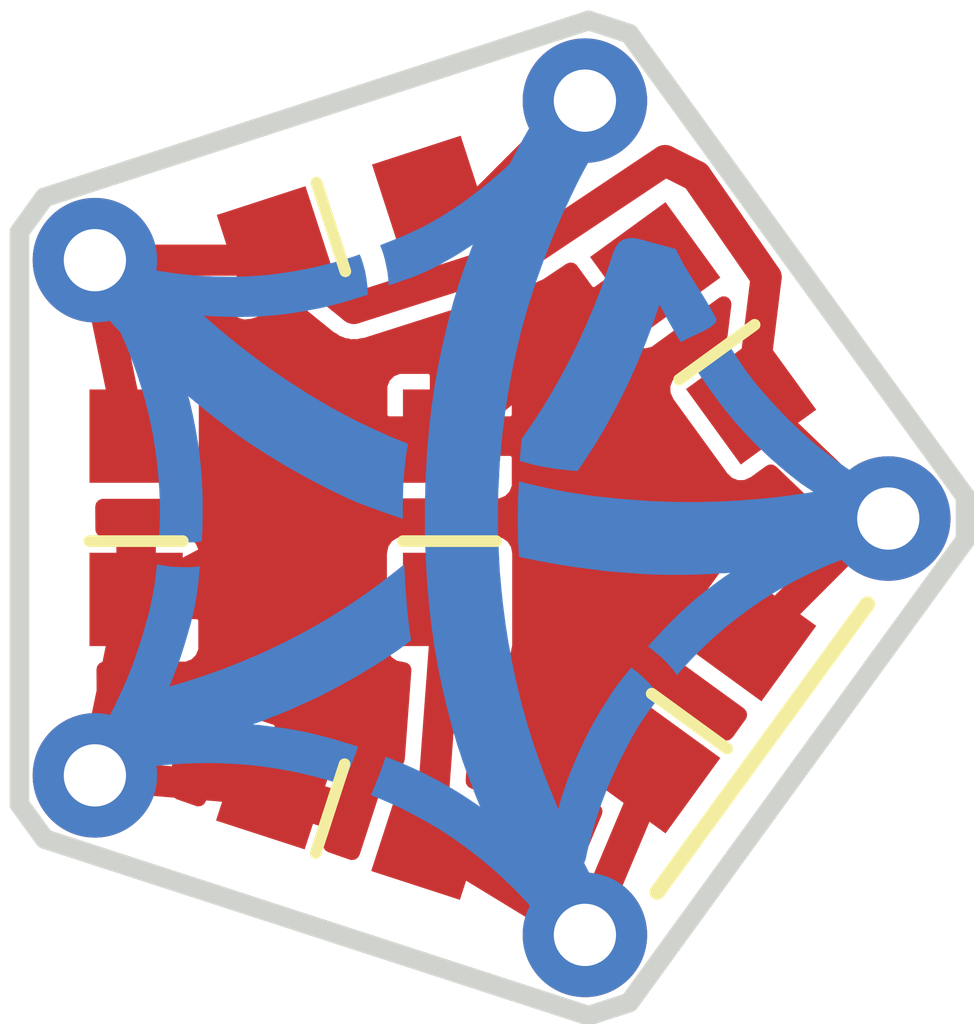
<source format=kicad_pcb>
(kicad_pcb (version 4) (host pcbnew 4.0.5+dfsg1-4)

  (general
    (links 14)
    (no_connects 1)
    (area -4.063333 -5.045 16.203334 13.335904)
    (thickness 1.6)
    (drawings 1)
    (tracks 34)
    (zones 0)
    (modules 12)
    (nets 4)
  )

  (page A4)
  (layers
    (0 F.Cu signal)
    (31 B.Cu signal)
    (32 B.Adhes user)
    (33 F.Adhes user)
    (34 B.Paste user)
    (35 F.Paste user)
    (36 B.SilkS user)
    (37 F.SilkS user)
    (38 B.Mask user hide)
    (39 F.Mask user)
    (40 Dwgs.User user)
    (41 Cmts.User user)
    (42 Eco1.User user)
    (43 Eco2.User user)
    (44 Edge.Cuts user)
    (45 Margin user)
    (46 B.CrtYd user)
    (47 F.CrtYd user)
    (48 B.Fab user)
    (49 F.Fab user)
  )

  (setup
    (last_trace_width 0.4)
    (trace_clearance 0.2)
    (zone_clearance 0)
    (zone_45_only no)
    (trace_min 0.2)
    (segment_width 0.2)
    (edge_width 0.15)
    (via_size 0.6)
    (via_drill 0.4)
    (via_min_size 0.4)
    (via_min_drill 0.3)
    (uvia_size 0.3)
    (uvia_drill 0.1)
    (uvias_allowed no)
    (uvia_min_size 0.2)
    (uvia_min_drill 0.1)
    (pcb_text_width 0.3)
    (pcb_text_size 1.5 1.5)
    (mod_edge_width 0.15)
    (mod_text_size 1 1)
    (mod_text_width 0.15)
    (pad_size 1.6 1.6)
    (pad_drill 0.8)
    (pad_to_mask_clearance 0.2)
    (aux_axis_origin 0 0)
    (visible_elements FFFFFF7F)
    (pcbplotparams
      (layerselection 0x010e0_80000001)
      (usegerberextensions true)
      (excludeedgelayer true)
      (linewidth 0.100000)
      (plotframeref false)
      (viasonmask false)
      (mode 1)
      (useauxorigin false)
      (hpglpennumber 1)
      (hpglpenspeed 20)
      (hpglpendiameter 15)
      (hpglpenoverlay 2)
      (psnegative false)
      (psa4output false)
      (plotreference true)
      (plotvalue true)
      (plotinvisibletext false)
      (padsonsilk false)
      (subtractmaskfromsilk false)
      (outputformat 1)
      (mirror false)
      (drillshape 0)
      (scaleselection 1)
      (outputdirectory gerb))
  )

  (net 0 "")
  (net 1 "Net-(D1-Pad2)")
  (net 2 "Net-(D1-Pad1)")
  (net 3 "Net-(D2-Pad1)")

  (net_class Default "This is the default net class."
    (clearance 0.2)
    (trace_width 0.4)
    (via_dia 0.6)
    (via_drill 0.4)
    (uvia_dia 0.3)
    (uvia_drill 0.1)
    (add_net "Net-(D1-Pad1)")
    (add_net "Net-(D1-Pad2)")
    (add_net "Net-(D2-Pad1)")
  )

  (module rtunda:pin (layer F.Cu) (tedit 58A08572) (tstamp 58A2AC23)
    (at 11.17 6.4)
    (descr "Through hole pin header")
    (tags "pin header")
    (path /58A081D1)
    (fp_text reference P1 (at 0 -5.1) (layer F.SilkS) hide
      (effects (font (size 1 1) (thickness 0.15)))
    )
    (fp_text value CONN_01X01 (at 0 -3.1) (layer F.Fab) hide
      (effects (font (size 1 1) (thickness 0.15)))
    )
    (pad 1 thru_hole circle (at 0 0) (size 1.6 1.6) (drill 0.8) (layers *.Cu *.Mask)
      (net 1 "Net-(D1-Pad2)"))
    (model Pin_Headers.3dshapes/Pin_Header_Straight_1x01.wrl
      (at (xyz 0 0 0))
      (scale (xyz 1 1 1))
      (rotate (xyz 0 0 90))
    )
  )

  (module rtunda:pin (layer F.Cu) (tedit 58A08572) (tstamp 58A2AC28)
    (at 7.27 1.03)
    (descr "Through hole pin header")
    (tags "pin header")
    (path /58A08305)
    (fp_text reference P2 (at 0 -5.1) (layer F.SilkS) hide
      (effects (font (size 1 1) (thickness 0.15)))
    )
    (fp_text value CONN_01X01 (at 0 -3.1) (layer F.Fab) hide
      (effects (font (size 1 1) (thickness 0.15)))
    )
    (pad 1 thru_hole circle (at 0 0) (size 1.6 1.6) (drill 0.8) (layers *.Cu *.Mask)
      (net 2 "Net-(D1-Pad1)"))
    (model Pin_Headers.3dshapes/Pin_Header_Straight_1x01.wrl
      (at (xyz 0 0 0))
      (scale (xyz 1 1 1))
      (rotate (xyz 0 0 90))
    )
  )

  (module rtunda:pin (layer F.Cu) (tedit 58A08572) (tstamp 58A2AC2D)
    (at 0.97 9.7)
    (descr "Through hole pin header")
    (tags "pin header")
    (path /58A08365)
    (fp_text reference P3 (at 0 -5.1) (layer F.SilkS) hide
      (effects (font (size 1 1) (thickness 0.15)))
    )
    (fp_text value CONN_01X01 (at 0 -3.1) (layer F.Fab) hide
      (effects (font (size 1 1) (thickness 0.15)))
    )
    (pad 1 thru_hole circle (at 0 0) (size 1.6 1.6) (drill 0.8) (layers *.Cu *.Mask)
      (net 3 "Net-(D2-Pad1)"))
    (model Pin_Headers.3dshapes/Pin_Header_Straight_1x01.wrl
      (at (xyz 0 0 0))
      (scale (xyz 1 1 1))
      (rotate (xyz 0 0 90))
    )
  )

  (module rtunda:pin (layer F.Cu) (tedit 58A08572) (tstamp 58A2AC32)
    (at 0.97 3.08)
    (descr "Through hole pin header")
    (tags "pin header")
    (path /58A08382)
    (fp_text reference P4 (at 0 -5.1) (layer F.SilkS) hide
      (effects (font (size 1 1) (thickness 0.15)))
    )
    (fp_text value CONN_01X01 (at 0 -3.1) (layer F.Fab) hide
      (effects (font (size 1 1) (thickness 0.15)))
    )
    (pad 1 thru_hole circle (at 0 0) (size 1.6 1.6) (drill 0.8) (layers *.Cu *.Mask)
      (net 1 "Net-(D1-Pad2)"))
    (model Pin_Headers.3dshapes/Pin_Header_Straight_1x01.wrl
      (at (xyz 0 0 0))
      (scale (xyz 1 1 1))
      (rotate (xyz 0 0 90))
    )
  )

  (module rtunda:pin (layer F.Cu) (tedit 58A08572) (tstamp 58A2AC37)
    (at 7.27 11.75)
    (descr "Through hole pin header")
    (tags "pin header")
    (path /58A083A2)
    (fp_text reference P5 (at 0 -5.1) (layer F.SilkS) hide
      (effects (font (size 1 1) (thickness 0.15)))
    )
    (fp_text value CONN_01X01 (at 0 -3.1) (layer F.Fab) hide
      (effects (font (size 1 1) (thickness 0.15)))
    )
    (pad 1 thru_hole circle (at 0 0) (size 1.6 1.6) (drill 0.8) (layers *.Cu *.Mask)
      (net 2 "Net-(D1-Pad1)"))
    (model Pin_Headers.3dshapes/Pin_Header_Straight_1x01.wrl
      (at (xyz 0 0 0))
      (scale (xyz 1 1 1))
      (rotate (xyz 0 0 90))
    )
  )

  (module rtunda:LED_0805 (layer F.Cu) (tedit 58A08539) (tstamp 58A2AC1E)
    (at 4.28 10.22 342)
    (descr "LED 0805 smd package")
    (tags "LED 0805 SMD")
    (path /58A08622)
    (attr smd)
    (fp_text reference D6 (at 0 -1.75 342) (layer F.SilkS) hide
      (effects (font (size 1 1) (thickness 0.15)))
    )
    (fp_text value LED (at 0 1.75 342) (layer F.Fab) hide
      (effects (font (size 1 1) (thickness 0.15)))
    )
    (fp_line (start -0.3 0.6) (end -0.3 -0.6) (layer F.SilkS) (width 0.15))
    (pad 2 smd rect (at 1.04902 0 162) (size 1.19888 1.19888) (layers F.Cu F.Paste F.Mask)
      (net 2 "Net-(D1-Pad1)"))
    (pad 1 smd rect (at -1.04902 0 162) (size 1.19888 1.19888) (layers F.Cu F.Paste F.Mask)
      (net 3 "Net-(D2-Pad1)"))
    (model LEDs.3dshapes/LED_0805.wrl
      (at (xyz 0 0 0))
      (scale (xyz 1 1 1))
      (rotate (xyz 0 0 0))
    )
  )

  (module rtunda:LED_0805 (layer F.Cu) (tedit 58A08539) (tstamp 58A2AC17)
    (at 8.79 4.02 126)
    (descr "LED 0805 smd package")
    (tags "LED 0805 SMD")
    (path /58A08407)
    (attr smd)
    (fp_text reference D5 (at 0 -1.75 126) (layer F.SilkS) hide
      (effects (font (size 1 1) (thickness 0.15)))
    )
    (fp_text value LED (at 0 1.75 126) (layer F.Fab) hide
      (effects (font (size 1 1) (thickness 0.15)))
    )
    (fp_line (start -0.3 0.6) (end -0.3 -0.6) (layer F.SilkS) (width 0.15))
    (pad 2 smd rect (at 1.04902 0 306) (size 1.19888 1.19888) (layers F.Cu F.Paste F.Mask)
      (net 3 "Net-(D2-Pad1)"))
    (pad 1 smd rect (at -1.04902 0 306) (size 1.19888 1.19888) (layers F.Cu F.Paste F.Mask)
      (net 1 "Net-(D1-Pad2)"))
    (model LEDs.3dshapes/LED_0805.wrl
      (at (xyz 0 0 0))
      (scale (xyz 1 1 1))
      (rotate (xyz 0 0 0))
    )
  )

  (module rtunda:LED_0805 (layer F.Cu) (tedit 58A08539) (tstamp 58A2AC10)
    (at 4.29 2.56 18)
    (descr "LED 0805 smd package")
    (tags "LED 0805 SMD")
    (path /58A0859E)
    (attr smd)
    (fp_text reference D4 (at 0 -1.75 18) (layer F.SilkS) hide
      (effects (font (size 1 1) (thickness 0.15)))
    )
    (fp_text value LED (at 0 1.75 18) (layer F.Fab) hide
      (effects (font (size 1 1) (thickness 0.15)))
    )
    (fp_line (start -0.3 0.6) (end -0.3 -0.6) (layer F.SilkS) (width 0.15))
    (pad 2 smd rect (at 1.04902 0 198) (size 1.19888 1.19888) (layers F.Cu F.Paste F.Mask)
      (net 2 "Net-(D1-Pad1)"))
    (pad 1 smd rect (at -1.04902 0 198) (size 1.19888 1.19888) (layers F.Cu F.Paste F.Mask)
      (net 1 "Net-(D1-Pad2)"))
    (model LEDs.3dshapes/LED_0805.wrl
      (at (xyz 0 0 0))
      (scale (xyz 1 1 1))
      (rotate (xyz 0 0 0))
    )
  )

  (module rtunda:LED_0805 (layer F.Cu) (tedit 58A08539) (tstamp 58A2AC09)
    (at 5.53 6.39 90)
    (descr "LED 0805 smd package")
    (tags "LED 0805 SMD")
    (path /58A08628)
    (attr smd)
    (fp_text reference D3 (at 0 -1.75 90) (layer F.SilkS) hide
      (effects (font (size 1 1) (thickness 0.15)))
    )
    (fp_text value LED (at 0 1.75 90) (layer F.Fab) hide
      (effects (font (size 1 1) (thickness 0.15)))
    )
    (fp_line (start -0.3 0.6) (end -0.3 -0.6) (layer F.SilkS) (width 0.15))
    (pad 2 smd rect (at 1.04902 0 270) (size 1.19888 1.19888) (layers F.Cu F.Paste F.Mask)
      (net 3 "Net-(D2-Pad1)"))
    (pad 1 smd rect (at -1.04902 0 270) (size 1.19888 1.19888) (layers F.Cu F.Paste F.Mask)
      (net 2 "Net-(D1-Pad1)"))
    (model LEDs.3dshapes/LED_0805.wrl
      (at (xyz 0 0 0))
      (scale (xyz 1 1 1))
      (rotate (xyz 0 0 0))
    )
  )

  (module rtunda:LED_0805 (layer F.Cu) (tedit 58A08539) (tstamp 58A2AC02)
    (at 1.5 6.39 90)
    (descr "LED 0805 smd package")
    (tags "LED 0805 SMD")
    (path /58A08495)
    (attr smd)
    (fp_text reference D2 (at 0 -1.75 90) (layer F.SilkS) hide
      (effects (font (size 1 1) (thickness 0.15)))
    )
    (fp_text value LED (at 0 1.75 90) (layer F.Fab) hide
      (effects (font (size 1 1) (thickness 0.15)))
    )
    (fp_line (start -0.3 0.6) (end -0.3 -0.6) (layer F.SilkS) (width 0.15))
    (pad 2 smd rect (at 1.04902 0 270) (size 1.19888 1.19888) (layers F.Cu F.Paste F.Mask)
      (net 1 "Net-(D1-Pad2)"))
    (pad 1 smd rect (at -1.04902 0 270) (size 1.19888 1.19888) (layers F.Cu F.Paste F.Mask)
      (net 3 "Net-(D2-Pad1)"))
    (model LEDs.3dshapes/LED_0805.wrl
      (at (xyz 0 0 0))
      (scale (xyz 1 1 1))
      (rotate (xyz 0 0 0))
    )
  )

  (module rtunda:LED_0805 (layer F.Cu) (tedit 58A08539) (tstamp 58A2ABFB)
    (at 8.79 8.76 54)
    (descr "LED 0805 smd package")
    (tags "LED 0805 SMD")
    (path /58A085A4)
    (attr smd)
    (fp_text reference D1 (at 0 -1.75 54) (layer F.SilkS) hide
      (effects (font (size 1 1) (thickness 0.15)))
    )
    (fp_text value LED (at 0 1.75 54) (layer F.Fab) hide
      (effects (font (size 1 1) (thickness 0.15)))
    )
    (fp_line (start -0.3 0.6) (end -0.3 -0.6) (layer F.SilkS) (width 0.15))
    (pad 2 smd rect (at 1.04902 0 234) (size 1.19888 1.19888) (layers F.Cu F.Paste F.Mask)
      (net 1 "Net-(D1-Pad2)"))
    (pad 1 smd rect (at -1.04902 0 234) (size 1.19888 1.19888) (layers F.Cu F.Paste F.Mask)
      (net 2 "Net-(D1-Pad1)"))
    (model LEDs.3dshapes/LED_0805.wrl
      (at (xyz 0 0 0))
      (scale (xyz 1 1 1))
      (rotate (xyz 0 0 0))
    )
  )

  (module rtunda:rotunda (layer F.Cu) (tedit 0) (tstamp 58A4BCBA)
    (at 0 0)
    (fp_text reference "" (at 0 0) (layer F.SilkS)
      (effects (font (thickness 0.15)))
    )
    (fp_text value "" (at 0 0) (layer F.SilkS)
      (effects (font (thickness 0.15)))
    )
    (fp_poly (pts (xy 7.80288 2.99466) (xy 7.85876 3.05816) (xy 7.9121 3.1242) (xy 7.96544 3.19786)
      (xy 8.0137 3.27152) (xy 8.06196 3.35026) (xy 8.11022 3.43154) (xy 8.15594 3.51536)
      (xy 8.2042 3.60172) (xy 8.24992 3.68808) (xy 8.29818 3.77698) (xy 8.34644 3.86588)
      (xy 8.39724 3.95478) (xy 8.44804 4.04368) (xy 8.50392 4.13258) (xy 8.57758 4.09194)
      (xy 8.67918 4.04368) (xy 8.7884 3.99288) (xy 8.88492 3.93954) (xy 8.94842 3.8862)
      (xy 8.96112 3.84048) (xy 8.92048 3.76174) (xy 8.87222 3.67792) (xy 8.82142 3.59156)
      (xy 8.76808 3.5052) (xy 8.7122 3.41884) (xy 8.65886 3.33248) (xy 8.60552 3.24612)
      (xy 8.55472 3.16484) (xy 8.51154 3.0861) (xy 8.47344 3.01244) (xy 8.44296 2.94386)
      (xy 7.80288 2.99466)) (layer B.Mask) (width 0.00254))
    (fp_poly (pts (xy 1.76784 6.99008) (xy 1.75768 7.09422) (xy 1.74498 7.19582) (xy 1.73228 7.2898)
      (xy 1.7145 7.3787) (xy 1.69672 7.4676) (xy 1.67894 7.5565) (xy 1.65608 7.6454)
      (xy 1.63068 7.7343) (xy 1.60274 7.83082) (xy 1.5748 7.93242) (xy 1.54432 8.02386)
      (xy 1.51384 8.1153) (xy 1.48336 8.20674) (xy 1.45034 8.29564) (xy 1.41478 8.38454)
      (xy 1.37922 8.47344) (xy 1.34112 8.56234) (xy 1.30048 8.6487) (xy 1.25984 8.73506)
      (xy 1.2192 8.82142) (xy 1.17348 8.90778) (xy 1.1303 8.9916) (xy 1.08204 9.07542)
      (xy 1.03378 9.15924) (xy 0.98552 9.24306) (xy 0.94742 9.3345) (xy 0.9525 9.40308)
      (xy 0.98552 9.45896) (xy 1.03124 9.4996) (xy 1.30556 9.67994) (xy 1.34874 9.61136)
      (xy 1.39954 9.62152) (xy 1.46558 9.61644) (xy 1.56718 9.6012) (xy 1.66624 9.5885)
      (xy 1.76784 9.5758) (xy 1.86944 9.56564) (xy 1.97104 9.55802) (xy 2.07264 9.5504)
      (xy 2.17424 9.54532) (xy 2.27584 9.54278) (xy 2.37744 9.54024) (xy 2.47904 9.54024)
      (xy 2.58064 9.54278) (xy 2.68224 9.54786) (xy 2.78384 9.55294) (xy 2.88544 9.56056)
      (xy 2.9845 9.56818) (xy 3.08356 9.58088) (xy 3.18262 9.59358) (xy 3.27914 9.60882)
      (xy 3.3782 9.62406) (xy 3.47472 9.64184) (xy 3.57378 9.66216) (xy 3.6703 9.68502)
      (xy 3.76682 9.70788) (xy 3.86334 9.73328) (xy 3.95986 9.75868) (xy 4.05638 9.78916)
      (xy 4.1529 9.81964) (xy 4.191 9.73836) (xy 4.22656 9.65962) (xy 4.25958 9.57834)
      (xy 4.2926 9.49706) (xy 4.32308 9.41578) (xy 4.35102 9.33196) (xy 4.25704 9.30148)
      (xy 4.16306 9.27354) (xy 4.06654 9.24306) (xy 3.97256 9.21766) (xy 3.87604 9.19226)
      (xy 3.78206 9.1694) (xy 3.68808 9.14654) (xy 3.58902 9.12622) (xy 3.48996 9.10844)
      (xy 3.3909 9.0932) (xy 3.29184 9.0805) (xy 3.19278 9.0678) (xy 3.09118 9.0551)
      (xy 2.99212 9.04494) (xy 3.08102 9.01446) (xy 3.16738 8.98144) (xy 3.25374 8.94588)
      (xy 3.34264 8.91286) (xy 3.42646 8.8773) (xy 3.51282 8.84174) (xy 3.59664 8.80364)
      (xy 3.68046 8.76554) (xy 3.76428 8.72744) (xy 3.84556 8.68934) (xy 3.92684 8.6487)
      (xy 4.01828 8.60044) (xy 4.10464 8.55472) (xy 4.191 8.50646) (xy 4.27482 8.46074)
      (xy 4.35864 8.41248) (xy 4.43992 8.36422) (xy 4.52374 8.31342) (xy 4.60502 8.26262)
      (xy 4.6863 8.21182) (xy 4.76504 8.15848) (xy 4.84886 8.1026) (xy 4.93014 8.04418)
      (xy 4.98348 8.00354) (xy 5.03428 7.9629) (xy 5.02412 7.90448) (xy 5.0165 7.84606)
      (xy 5.0165 7.84606) (xy 5.01396 7.84352) (xy 5.0038 7.74954) (xy 4.99364 7.65556)
      (xy 4.98348 7.56158) (xy 4.97586 7.4676) (xy 4.96824 7.37108) (xy 4.96062 7.2771)
      (xy 4.95554 7.18058) (xy 4.95046 7.08406) (xy 4.94538 6.99008) (xy 4.8641 7.05612)
      (xy 4.78282 7.11962) (xy 4.70154 7.18312) (xy 4.62026 7.24662) (xy 4.53898 7.30504)
      (xy 4.4577 7.36346) (xy 4.37388 7.42188) (xy 4.2926 7.47776) (xy 4.20878 7.53364)
      (xy 4.12496 7.58698) (xy 4.0386 7.64032) (xy 3.95224 7.69366) (xy 3.86588 7.74446)
      (xy 3.77698 7.79526) (xy 3.68808 7.84352) (xy 3.59664 7.89432) (xy 3.50774 7.94004)
      (xy 3.41884 7.98576) (xy 3.3274 8.02894) (xy 3.23596 8.07212) (xy 3.14706 8.1153)
      (xy 3.05562 8.15594) (xy 2.96164 8.19404) (xy 2.8702 8.23468) (xy 2.77876 8.27024)
      (xy 2.68478 8.30834) (xy 2.5908 8.3439) (xy 2.49682 8.37692) (xy 2.40284 8.40994)
      (xy 2.30886 8.44296) (xy 2.21234 8.47344) (xy 2.11836 8.50392) (xy 2.02184 8.53186)
      (xy 1.92532 8.5598) (xy 1.96088 8.47344) (xy 1.9939 8.38708) (xy 2.02692 8.30072)
      (xy 2.05994 8.21436) (xy 2.08788 8.128) (xy 2.11836 8.03148) (xy 2.1463 7.94004)
      (xy 2.1717 7.85114) (xy 2.1971 7.76224) (xy 2.21996 7.67334) (xy 2.24028 7.58444)
      (xy 2.2606 7.49046) (xy 2.27584 7.39394) (xy 2.29108 7.29234) (xy 2.30124 7.20598)
      (xy 2.30886 7.11708) (xy 2.31648 7.01548) (xy 2.25552 7.0231) (xy 2.19456 7.02564)
      (xy 2.10312 7.02564) (xy 2.00914 7.0231) (xy 1.9177 7.01548) (xy 1.8415 7.00278)
      (xy 1.76784 6.99008) (xy 1.76784 6.99008)) (layer B.Mask) (width 0.00254))
    (fp_poly (pts (xy 9.12622 4.17576) (xy 9.11606 4.18338) (xy 9.03986 4.23418) (xy 8.96112 4.28244)
      (xy 8.87984 4.32562) (xy 8.80872 4.36118) (xy 8.7376 4.39166) (xy 8.66648 4.42214)
      (xy 8.72236 4.51612) (xy 8.7757 4.5974) (xy 8.82904 4.6736) (xy 8.88492 4.75234)
      (xy 8.94842 4.8387) (xy 9.00684 4.91744) (xy 9.06526 4.99364) (xy 9.12622 5.0673)
      (xy 9.18718 5.1435) (xy 9.25068 5.21462) (xy 9.31672 5.28828) (xy 9.38276 5.3594)
      (xy 9.4488 5.42798) (xy 9.51992 5.49656) (xy 9.59104 5.56514) (xy 9.66216 5.63118)
      (xy 9.73836 5.69722) (xy 9.81456 5.76326) (xy 9.89076 5.82676) (xy 9.97204 5.89026)
      (xy 10.05078 5.95122) (xy 10.12952 6.00456) (xy 10.2108 6.0579) (xy 10.1092 6.07568)
      (xy 10.01014 6.08838) (xy 9.90854 6.10362) (xy 9.80948 6.11632) (xy 9.70788 6.12902)
      (xy 9.60628 6.13918) (xy 9.50722 6.14934) (xy 9.40562 6.15696) (xy 9.30402 6.16458)
      (xy 9.20496 6.1722) (xy 9.10336 6.17728) (xy 9.00176 6.18236) (xy 8.90016 6.1849)
      (xy 8.79856 6.18744) (xy 8.69696 6.18998) (xy 8.59536 6.18998) (xy 8.49376 6.18744)
      (xy 8.39216 6.18744) (xy 8.29056 6.18236) (xy 8.18896 6.17982) (xy 8.08482 6.17474)
      (xy 7.98322 6.16712) (xy 7.88162 6.1595) (xy 7.78256 6.15188) (xy 7.68604 6.14426)
      (xy 7.58952 6.1341) (xy 7.493 6.12394) (xy 7.39648 6.11378) (xy 7.3025 6.10108)
      (xy 7.20852 6.08584) (xy 7.112 6.0706) (xy 7.01802 6.05536) (xy 6.9215 6.03758)
      (xy 6.82498 6.01726) (xy 6.72592 5.99694) (xy 6.62686 5.97408) (xy 6.5278 5.95122)
      (xy 6.42366 5.92328) (xy 6.41858 6.02234) (xy 6.4135 6.1214) (xy 6.41096 6.21792)
      (xy 6.40842 6.31698) (xy 6.40842 6.41604) (xy 6.40842 6.51256) (xy 6.41096 6.60654)
      (xy 6.4135 6.70052) (xy 6.41858 6.79704) (xy 6.42366 6.89102) (xy 6.51764 6.91134)
      (xy 6.59384 6.92658) (xy 6.66242 6.94182) (xy 6.74116 6.95452) (xy 6.8326 6.9723)
      (xy 6.92912 6.99008) (xy 7.02818 7.00532) (xy 7.1247 7.02056) (xy 7.22376 7.03326)
      (xy 7.32282 7.04596) (xy 7.41934 7.05866) (xy 7.5184 7.07136) (xy 7.61746 7.08152)
      (xy 7.71652 7.08914) (xy 7.81558 7.09676) (xy 7.91464 7.10438) (xy 8.0137 7.112)
      (xy 8.1153 7.11708) (xy 8.21436 7.11962) (xy 8.3058 7.12216) (xy 8.39724 7.12216)
      (xy 8.48868 7.12216) (xy 8.58266 7.12216) (xy 8.6741 7.11962) (xy 8.76808 7.11708)
      (xy 8.86206 7.112) (xy 8.9535 7.10692) (xy 9.04748 7.10184) (xy 9.14146 7.09676)
      (xy 9.06018 7.15264) (xy 8.9789 7.21106) (xy 8.90016 7.26948) (xy 8.82142 7.33044)
      (xy 8.74522 7.3914) (xy 8.66902 7.4549) (xy 8.5979 7.5184) (xy 8.52424 7.58444)
      (xy 8.45312 7.65302) (xy 8.38454 7.7216) (xy 8.31596 7.79018) (xy 8.24738 7.8613)
      (xy 8.1788 7.93496) (xy 8.11276 8.00862) (xy 8.08228 8.04418) (xy 8.13816 8.08482)
      (xy 8.18896 8.128) (xy 8.2423 8.17118) (xy 8.29818 8.22452) (xy 8.34898 8.2804)
      (xy 8.39978 8.33628) (xy 8.45312 8.41248) (xy 8.50138 8.35406) (xy 8.56996 8.2804)
      (xy 8.63854 8.20674) (xy 8.70712 8.13562) (xy 8.77824 8.06704) (xy 8.84936 7.99846)
      (xy 8.92302 7.92988) (xy 8.99668 7.86638) (xy 9.07288 7.80034) (xy 9.14908 7.73938)
      (xy 9.22528 7.67842) (xy 9.30402 7.62) (xy 9.38276 7.56158) (xy 9.46404 7.5057)
      (xy 9.54532 7.44982) (xy 9.62914 7.39648) (xy 9.71042 7.34568) (xy 9.79424 7.29742)
      (xy 9.8806 7.24916) (xy 9.96696 7.2009) (xy 10.05332 7.15772) (xy 10.13968 7.11454)
      (xy 10.22858 7.07136) (xy 10.31748 7.03072) (xy 10.40638 6.99262) (xy 10.49782 6.95706)
      (xy 10.58926 6.9215) (xy 10.6807 6.88594) (xy 10.77468 6.85546) (xy 10.82294 6.83006)
      (xy 10.90676 6.80974) (xy 10.99058 6.79196) (xy 11.0744 6.77164) (xy 11.16076 6.74878)
      (xy 11.03376 6.20522) (xy 11.00328 6.1341) (xy 10.95756 6.06806) (xy 10.9601 6.02234)
      (xy 10.9347 5.96138) (xy 10.86358 5.90042) (xy 10.77976 5.84962) (xy 10.69848 5.79374)
      (xy 10.6172 5.7404) (xy 10.53592 5.68198) (xy 10.45718 5.62356) (xy 10.38098 5.56514)
      (xy 10.30478 5.50418) (xy 10.22858 5.44322) (xy 10.15492 5.37972) (xy 10.08126 5.31368)
      (xy 10.01014 5.24764) (xy 9.93902 5.17906) (xy 9.8679 5.11048) (xy 9.79932 5.03936)
      (xy 9.7282 4.96316) (xy 9.65962 4.8895) (xy 9.59358 4.81584) (xy 9.53008 4.74218)
      (xy 9.46658 4.66852) (xy 9.40816 4.59232) (xy 9.34974 4.51612) (xy 9.29386 4.43738)
      (xy 9.23798 4.35356) (xy 9.1821 4.2672) (xy 9.12622 4.17576) (xy 9.12622 4.17576)) (layer B.Mask) (width 0.00254))
    (fp_poly (pts (xy 1.39192 2.95148) (xy 1.31826 2.96926) (xy 1.25476 2.9972) (xy 1.19634 3.03784)
      (xy 0.76962 3.40106) (xy 0.83566 3.4798) (xy 0.89916 3.55854) (xy 0.9652 3.63474)
      (xy 1.03124 3.71094) (xy 1.09728 3.78714) (xy 1.16332 3.8608) (xy 1.22936 3.93446)
      (xy 1.29794 4.00558) (xy 1.33858 4.09702) (xy 1.37922 4.191) (xy 1.41732 4.28498)
      (xy 1.45288 4.37896) (xy 1.48844 4.47294) (xy 1.52146 4.56946) (xy 1.55194 4.66598)
      (xy 1.58242 4.7625) (xy 1.61036 4.85902) (xy 1.63576 4.95808) (xy 1.66116 5.05714)
      (xy 1.68148 5.15112) (xy 1.7018 5.2451) (xy 1.71958 5.33908) (xy 1.73482 5.43306)
      (xy 1.75006 5.52958) (xy 1.76276 5.62356) (xy 1.77292 5.72008) (xy 1.78308 5.8166)
      (xy 1.7907 5.91058) (xy 1.79832 6.0071) (xy 1.8034 6.10616) (xy 1.80594 6.20268)
      (xy 1.80594 6.2992) (xy 1.80594 6.39826) (xy 1.8034 6.49732) (xy 1.79832 6.58368)
      (xy 1.79324 6.67258) (xy 1.86944 6.68528) (xy 1.94818 6.69798) (xy 2.04724 6.7056)
      (xy 2.1463 6.70814) (xy 2.24536 6.70306) (xy 2.34188 6.69544) (xy 2.34696 6.604)
      (xy 2.35204 6.51256) (xy 2.35458 6.42112) (xy 2.35458 6.32714) (xy 2.35458 6.2357)
      (xy 2.35458 6.14426) (xy 2.35204 6.05282) (xy 2.34696 5.96138) (xy 2.34188 5.86994)
      (xy 2.33426 5.78104) (xy 2.32664 5.6896) (xy 2.31648 5.6007) (xy 2.30632 5.5118)
      (xy 2.29362 5.4229) (xy 2.27838 5.334) (xy 2.26314 5.2451) (xy 2.24536 5.1562)
      (xy 2.22758 5.0673) (xy 2.20726 4.9784) (xy 2.18694 4.8895) (xy 2.16662 4.82346)
      (xy 2.24282 4.88696) (xy 2.32156 4.95046) (xy 2.39776 5.01396) (xy 2.47396 5.07492)
      (xy 2.5527 5.13588) (xy 2.63144 5.19684) (xy 2.70764 5.25526) (xy 2.78638 5.31114)
      (xy 2.86766 5.36956) (xy 2.9464 5.4229) (xy 3.03022 5.47878) (xy 3.11404 5.53212)
      (xy 3.19786 5.58546) (xy 3.28422 5.6388) (xy 3.36804 5.6896) (xy 3.4544 5.7404)
      (xy 3.54076 5.78866) (xy 3.62712 5.83692) (xy 3.71348 5.88518) (xy 3.80238 5.9309)
      (xy 3.88874 5.97662) (xy 3.97764 6.02234) (xy 4.06654 6.06552) (xy 4.15544 6.1087)
      (xy 4.24942 6.15188) (xy 4.33578 6.18998) (xy 4.41706 6.22046) (xy 4.4958 6.25094)
      (xy 4.57454 6.27888) (xy 4.65328 6.30682) (xy 4.7371 6.3373) (xy 4.82854 6.36778)
      (xy 4.9276 6.40334) (xy 4.9276 6.30428) (xy 4.9276 6.20268) (xy 4.93014 6.10362)
      (xy 4.93268 6.00456) (xy 4.93776 5.90804) (xy 4.94538 5.80898) (xy 4.95554 5.715)
      (xy 4.9657 5.62102) (xy 4.9784 5.52958) (xy 4.99364 5.44068) (xy 4.89458 5.40004)
      (xy 4.8006 5.36194) (xy 4.70916 5.3213) (xy 4.61772 5.28066) (xy 4.52882 5.24002)
      (xy 4.44246 5.19938) (xy 4.3561 5.15874) (xy 4.27228 5.11556) (xy 4.18846 5.07238)
      (xy 4.10464 5.02666) (xy 4.02082 4.98094) (xy 3.937 4.93268) (xy 3.85318 4.88442)
      (xy 3.76936 4.83362) (xy 3.68554 4.78282) (xy 3.59918 4.72694) (xy 3.51028 4.67106)
      (xy 3.429 4.61772) (xy 3.35026 4.56438) (xy 3.26898 4.5085) (xy 3.19024 4.45262)
      (xy 3.11404 4.39674) (xy 3.0353 4.33832) (xy 2.9591 4.2799) (xy 2.8829 4.22148)
      (xy 2.8067 4.16306) (xy 2.7305 4.1021) (xy 2.65684 4.04114) (xy 2.58318 3.98018)
      (xy 2.50952 3.91668) (xy 2.43586 3.85318) (xy 2.36474 3.78968) (xy 2.45618 3.7973)
      (xy 2.54762 3.80238) (xy 2.63652 3.80492) (xy 2.72796 3.80746) (xy 2.81686 3.81)
      (xy 2.9083 3.80746) (xy 2.99466 3.80492) (xy 3.08356 3.80238) (xy 3.18008 3.79476)
      (xy 3.2766 3.78714) (xy 3.37312 3.77698) (xy 3.46964 3.76428) (xy 3.56616 3.74904)
      (xy 3.66014 3.7338) (xy 3.75412 3.71602) (xy 3.85064 3.69824) (xy 3.93954 3.67792)
      (xy 4.02844 3.65506) (xy 4.11988 3.6322) (xy 4.20878 3.6068) (xy 4.29768 3.57886)
      (xy 4.38912 3.55092) (xy 4.47802 3.52298) (xy 4.47802 3.51536) (xy 4.47294 3.4163)
      (xy 4.46024 3.31724) (xy 4.44246 3.21818) (xy 4.41452 3.11912) (xy 4.39674 3.06324)
      (xy 4.37388 3.00736) (xy 4.28498 3.03784) (xy 4.19354 3.06578) (xy 4.09956 3.09372)
      (xy 4.00812 3.11912) (xy 3.91668 3.14198) (xy 3.82524 3.16484) (xy 3.73126 3.18516)
      (xy 3.63982 3.20294) (xy 3.54584 3.22072) (xy 3.4544 3.23596) (xy 3.36042 3.24866)
      (xy 3.26644 3.26136) (xy 3.175 3.27152) (xy 3.08102 3.27914) (xy 2.97942 3.28676)
      (xy 2.87782 3.29184) (xy 2.77622 3.29438) (xy 2.67462 3.29438) (xy 2.57556 3.29184)
      (xy 2.47396 3.2893) (xy 2.37236 3.28422) (xy 2.27076 3.27914) (xy 2.1717 3.26898)
      (xy 2.0701 3.25882) (xy 1.9685 3.24612) (xy 1.86944 3.23088) (xy 1.76784 3.21564)
      (xy 1.70434 3.1496) (xy 1.6383 3.08356) (xy 1.5494 3.00228) (xy 1.46812 2.9591)
      (xy 1.39192 2.95148) (xy 1.39192 2.95148)) (layer B.Mask) (width 0.00254))
    (fp_poly (pts (xy 7.86638 2.794) (xy 7.7724 2.81178) (xy 7.71652 2.8448) (xy 7.66572 2.91084)
      (xy 7.62508 3.00736) (xy 7.59714 3.10134) (xy 7.56412 3.19532) (xy 7.53364 3.28676)
      (xy 7.50062 3.38074) (xy 7.4676 3.47218) (xy 7.43204 3.56362) (xy 7.39648 3.65506)
      (xy 7.35838 3.74396) (xy 7.32028 3.8354) (xy 7.28218 3.9243) (xy 7.24154 4.0132)
      (xy 7.2009 4.1021) (xy 7.16026 4.18846) (xy 7.11708 4.27736) (xy 7.07136 4.36372)
      (xy 7.02818 4.45008) (xy 6.98246 4.53644) (xy 6.9342 4.6228) (xy 6.88594 4.70662)
      (xy 6.83768 4.79298) (xy 6.78688 4.8768) (xy 6.73608 4.96062) (xy 6.68274 5.04444)
      (xy 6.6294 5.12826) (xy 6.57352 5.20954) (xy 6.5151 5.29336) (xy 6.45922 5.37464)
      (xy 6.44906 5.46862) (xy 6.44144 5.5626) (xy 6.43382 5.65912) (xy 6.52526 5.68452)
      (xy 6.61924 5.70992) (xy 6.71068 5.73024) (xy 6.80212 5.74548) (xy 6.8961 5.76072)
      (xy 6.98754 5.77088) (xy 7.07898 5.78104) (xy 7.17296 5.78866) (xy 7.22376 5.71754)
      (xy 7.27202 5.64388) (xy 7.32028 5.57022) (xy 7.36854 5.49656) (xy 7.4168 5.42036)
      (xy 7.46252 5.34416) (xy 7.51078 5.26288) (xy 7.5565 5.1816) (xy 7.60222 5.09778)
      (xy 7.64794 5.0165) (xy 7.69112 4.93014) (xy 7.7343 4.84632) (xy 7.77748 4.75996)
      (xy 7.82066 4.6736) (xy 7.8613 4.5847) (xy 7.90194 4.4958) (xy 7.94004 4.4069)
      (xy 7.97814 4.318) (xy 8.01624 4.22656) (xy 8.0518 4.1402) (xy 8.08482 4.0513)
      (xy 8.11784 3.96494) (xy 8.15086 3.87604) (xy 8.18134 3.7846) (xy 8.21182 3.69316)
      (xy 8.2423 3.60172) (xy 8.27278 3.51028) (xy 8.30072 3.4163) (xy 8.32866 3.32232)
      (xy 8.35406 3.2258) (xy 8.382 3.13182) (xy 8.4074 3.03276) (xy 8.4328 2.93624)
      (xy 7.95782 2.8067) (xy 7.86638 2.794) (xy 7.86638 2.794)) (layer B.Mask) (width 0.00254))
    (fp_poly (pts (xy 6.83768 0.91948) (xy 6.78434 1.0033) (xy 6.731 1.08712) (xy 6.6802 1.17094)
      (xy 6.6294 1.25476) (xy 6.58114 1.33858) (xy 6.53288 1.4224) (xy 6.48462 1.50622)
      (xy 6.4389 1.59004) (xy 6.39318 1.67386) (xy 6.35 1.75768) (xy 6.30428 1.8415)
      (xy 6.23824 1.905) (xy 6.16966 1.96596) (xy 6.09854 2.02692) (xy 6.02742 2.08788)
      (xy 5.9563 2.1463) (xy 5.88264 2.20218) (xy 5.80898 2.2606) (xy 5.73532 2.31394)
      (xy 5.65912 2.36982) (xy 5.57276 2.4257) (xy 5.48894 2.47904) (xy 5.40766 2.52984)
      (xy 5.32892 2.57556) (xy 5.24764 2.62128) (xy 5.1689 2.66192) (xy 5.08762 2.70002)
      (xy 5.00634 2.73812) (xy 4.91998 2.77622) (xy 4.83108 2.81178) (xy 4.7371 2.84988)
      (xy 4.63804 2.88798) (xy 4.6609 2.9464) (xy 4.68122 3.00736) (xy 4.70154 3.08102)
      (xy 4.71678 3.15468) (xy 4.73202 3.22834) (xy 4.74218 3.31724) (xy 4.74726 3.4036)
      (xy 4.84378 3.37058) (xy 4.9276 3.3401) (xy 5.00634 3.3147) (xy 5.08 3.28676)
      (xy 5.1562 3.25628) (xy 5.23494 3.22072) (xy 5.32638 3.17754) (xy 5.41274 3.13182)
      (xy 5.49656 3.08356) (xy 5.58292 3.0353) (xy 5.66674 2.9845) (xy 5.74802 2.93116)
      (xy 5.83184 2.87782) (xy 5.79628 2.96926) (xy 5.76326 3.0607) (xy 5.73024 3.15214)
      (xy 5.69722 3.24358) (xy 5.66674 3.33756) (xy 5.63626 3.429) (xy 5.60832 3.52044)
      (xy 5.58038 3.61188) (xy 5.55498 3.7084) (xy 5.52958 3.80492) (xy 5.50418 3.90144)
      (xy 5.48132 3.99796) (xy 5.45846 4.09448) (xy 5.4356 4.191) (xy 5.41528 4.28752)
      (xy 5.39496 4.38658) (xy 5.37718 4.4831) (xy 5.3594 4.57962) (xy 5.34162 4.67868)
      (xy 5.32638 4.7752) (xy 5.31368 4.87426) (xy 5.29844 4.97078) (xy 5.28828 5.06984)
      (xy 5.27558 5.1689) (xy 5.26542 5.2705) (xy 5.2578 5.36956) (xy 5.24764 5.46862)
      (xy 5.24002 5.57022) (xy 5.23494 5.66928) (xy 5.22986 5.77088) (xy 5.22478 5.87248)
      (xy 5.2197 5.97408) (xy 5.21716 6.07568) (xy 5.21462 6.17728) (xy 5.21462 6.27888)
      (xy 5.21462 6.38048) (xy 5.21462 6.48462) (xy 5.21462 6.58622) (xy 5.21716 6.68782)
      (xy 5.2197 6.78942) (xy 5.22478 6.88848) (xy 5.22986 6.99008) (xy 5.23494 7.09168)
      (xy 5.24002 7.19074) (xy 5.24764 7.2898) (xy 5.2578 7.38886) (xy 5.26542 7.49046)
      (xy 5.27558 7.58698) (xy 5.28828 7.68604) (xy 5.29844 7.7851) (xy 5.31368 7.88162)
      (xy 5.32638 7.98068) (xy 5.34162 8.07974) (xy 5.3594 8.17626) (xy 5.37718 8.27278)
      (xy 5.39496 8.37184) (xy 5.41528 8.46836) (xy 5.4356 8.56488) (xy 5.45846 8.6614)
      (xy 5.48132 8.76046) (xy 5.50418 8.85698) (xy 5.52958 8.9535) (xy 5.55498 9.05002)
      (xy 5.58038 9.14654) (xy 5.60832 9.2329) (xy 5.63372 9.3218) (xy 5.6642 9.40816)
      (xy 5.69214 9.49706) (xy 5.72262 9.58342) (xy 5.75564 9.67232) (xy 5.78866 9.75868)
      (xy 5.82168 9.84504) (xy 5.8547 9.93394) (xy 5.89026 10.0203) (xy 5.92582 10.1092)
      (xy 5.90042 10.08888) (xy 5.8166 10.033) (xy 5.73278 9.97712) (xy 5.64896 9.92378)
      (xy 5.56514 9.87298) (xy 5.47878 9.82218) (xy 5.39242 9.77392) (xy 5.30352 9.7282)
      (xy 5.21716 9.68248) (xy 5.13334 9.64184) (xy 5.04952 9.60374) (xy 4.9657 9.56564)
      (xy 4.87934 9.53008) (xy 4.79298 9.49452) (xy 4.70662 9.4615) (xy 4.68122 9.54532)
      (xy 4.65074 9.62914) (xy 4.62026 9.71042) (xy 4.58724 9.7917) (xy 4.55422 9.87298)
      (xy 4.51866 9.95172) (xy 4.6101 9.98982) (xy 4.70154 10.02792) (xy 4.79298 10.06856)
      (xy 4.88188 10.1092) (xy 4.96824 10.15238) (xy 5.0546 10.1981) (xy 5.14096 10.24382)
      (xy 5.22732 10.28954) (xy 5.31114 10.34034) (xy 5.39496 10.3886) (xy 5.47624 10.44194)
      (xy 5.55752 10.49528) (xy 5.64134 10.5537) (xy 5.72262 10.61212) (xy 5.8039 10.67308)
      (xy 5.88264 10.73404) (xy 5.96138 10.79754) (xy 6.04012 10.86358) (xy 6.11632 10.92962)
      (xy 6.18998 10.99566) (xy 6.26364 11.06678) (xy 6.3373 11.13536) (xy 6.40842 11.20648)
      (xy 6.477 11.28014) (xy 6.54558 11.3538) (xy 6.59384 11.43508) (xy 6.63956 11.51382)
      (xy 6.68782 11.5951) (xy 6.73608 11.67638) (xy 6.78688 11.75512) (xy 6.83768 11.8364)
      (xy 7.3152 11.54938) (xy 7.37108 11.50366) (xy 7.41934 11.44778) (xy 7.45744 11.38174)
      (xy 7.47268 11.30808) (xy 7.45744 11.21664) (xy 7.40664 11.10742) (xy 7.36854 11.0363)
      (xy 7.33298 10.96772) (xy 7.29488 10.8966) (xy 7.25932 10.82548) (xy 7.2771 10.7823)
      (xy 7.29742 10.68578) (xy 7.32028 10.5918) (xy 7.34568 10.49528) (xy 7.37108 10.4013)
      (xy 7.39902 10.30732) (xy 7.4295 10.21588) (xy 7.45998 10.1219) (xy 7.493 10.03046)
      (xy 7.52856 9.93902) (xy 7.56412 9.84758) (xy 7.60222 9.75868) (xy 7.64286 9.66978)
      (xy 7.6835 9.58088) (xy 7.72668 9.49198) (xy 7.77748 9.39546) (xy 7.8232 9.30656)
      (xy 7.86638 9.22528) (xy 7.90956 9.14908) (xy 7.95274 9.07542) (xy 7.99846 9.0043)
      (xy 8.04926 8.93064) (xy 8.1026 8.85698) (xy 8.16356 8.7757) (xy 8.23468 8.69188)
      (xy 8.18388 8.62584) (xy 8.13308 8.5598) (xy 8.0772 8.49884) (xy 8.01878 8.44042)
      (xy 7.94512 8.37692) (xy 7.86638 8.31596) (xy 7.79018 8.4074) (xy 7.74192 8.46836)
      (xy 7.69366 8.52932) (xy 7.62762 8.6233) (xy 7.57682 8.70458) (xy 7.52348 8.78586)
      (xy 7.47268 8.86714) (xy 7.42442 8.95096) (xy 7.37616 9.03478) (xy 7.33044 9.1186)
      (xy 7.28726 9.20496) (xy 7.24408 9.29386) (xy 7.2009 9.38276) (xy 7.1628 9.47166)
      (xy 7.1247 9.5631) (xy 7.0866 9.65454) (xy 7.05104 9.74852) (xy 7.01802 9.8425)
      (xy 6.985 9.93902) (xy 6.95452 10.03554) (xy 6.94182 10.08634) (xy 6.92912 10.13714)
      (xy 6.89102 10.0457) (xy 6.85292 9.95426) (xy 6.81482 9.86282) (xy 6.77926 9.77138)
      (xy 6.7437 9.67994) (xy 6.71068 9.5885) (xy 6.67766 9.49452) (xy 6.64464 9.40054)
      (xy 6.61162 9.30656) (xy 6.58114 9.21258) (xy 6.5532 9.1186) (xy 6.52272 9.02462)
      (xy 6.49732 8.9281) (xy 6.46938 8.83412) (xy 6.44398 8.7376) (xy 6.42112 8.64362)
      (xy 6.39826 8.5471) (xy 6.3754 8.45058) (xy 6.35508 8.35406) (xy 6.33476 8.25754)
      (xy 6.31698 8.16102) (xy 6.2992 8.0645) (xy 6.28142 7.96798) (xy 6.26618 7.86892)
      (xy 6.25094 7.7724) (xy 6.23824 7.67588) (xy 6.22554 7.57682) (xy 6.21284 7.47776)
      (xy 6.20268 7.3787) (xy 6.19252 7.28218) (xy 6.1849 7.18312) (xy 6.17474 7.08152)
      (xy 6.16966 6.98246) (xy 6.16458 6.8834) (xy 6.1595 6.78434) (xy 6.15442 6.68274)
      (xy 6.15188 6.58368) (xy 6.15188 6.48208) (xy 6.15188 6.38048) (xy 6.15188 6.27888)
      (xy 6.15188 6.17982) (xy 6.15442 6.07822) (xy 6.1595 5.97662) (xy 6.16458 5.87756)
      (xy 6.16966 5.77596) (xy 6.17474 5.6769) (xy 6.1849 5.57784) (xy 6.19252 5.47624)
      (xy 6.20268 5.37718) (xy 6.21284 5.27812) (xy 6.22554 5.1816) (xy 6.23824 5.08254)
      (xy 6.25094 4.98348) (xy 6.26618 4.88442) (xy 6.28142 4.7879) (xy 6.2992 4.68884)
      (xy 6.31698 4.59232) (xy 6.33476 4.4958) (xy 6.35508 4.39928) (xy 6.3754 4.30276)
      (xy 6.39826 4.20624) (xy 6.42112 4.10972) (xy 6.44398 4.0132) (xy 6.46938 3.91668)
      (xy 6.49732 3.8227) (xy 6.52272 3.72872) (xy 6.55066 3.63474) (xy 6.58114 3.54076)
      (xy 6.61162 3.44678) (xy 6.6421 3.3528) (xy 6.67512 3.26136) (xy 6.70814 3.16738)
      (xy 6.74116 3.07594) (xy 6.77672 2.9845) (xy 6.81228 2.89306) (xy 6.84784 2.80162)
      (xy 6.88594 2.71018) (xy 6.92404 2.62128) (xy 6.96214 2.52984) (xy 7.00278 2.44094)
      (xy 7.04596 2.35204) (xy 7.0866 2.26314) (xy 7.12978 2.17424) (xy 7.17296 2.08534)
      (xy 7.21868 1.99644) (xy 7.2644 1.91008) (xy 7.31266 1.82372) (xy 7.35838 1.73482)
      (xy 7.40664 1.64846) (xy 7.45744 1.53924) (xy 7.47268 1.4478) (xy 7.45744 1.37414)
      (xy 7.41934 1.31064) (xy 7.37108 1.2573) (xy 7.3152 1.21412) (xy 6.83768 0.91948)
      (xy 6.83768 0.91948)) (layer B.Mask) (width 0.00254))
    (fp_poly (pts (xy 7.80288 2.99466) (xy 7.85876 3.05816) (xy 7.9121 3.1242) (xy 7.96544 3.19786)
      (xy 8.0137 3.27152) (xy 8.06196 3.35026) (xy 8.11022 3.43154) (xy 8.15594 3.51536)
      (xy 8.2042 3.60172) (xy 8.24992 3.68808) (xy 8.29818 3.77698) (xy 8.34644 3.86588)
      (xy 8.39724 3.95478) (xy 8.44804 4.04368) (xy 8.50392 4.13258) (xy 8.57758 4.09194)
      (xy 8.67918 4.04368) (xy 8.7884 3.99288) (xy 8.88492 3.93954) (xy 8.94842 3.8862)
      (xy 8.96112 3.84048) (xy 8.92048 3.76174) (xy 8.87222 3.67792) (xy 8.82142 3.59156)
      (xy 8.76808 3.5052) (xy 8.7122 3.41884) (xy 8.65886 3.33248) (xy 8.60552 3.24612)
      (xy 8.55472 3.16484) (xy 8.51154 3.0861) (xy 8.47344 3.01244) (xy 8.44296 2.94386)
      (xy 7.80288 2.99466)) (layer B.Cu) (width 0.00254))
    (fp_poly (pts (xy 1.76784 6.99008) (xy 1.75768 7.09422) (xy 1.74498 7.19582) (xy 1.73228 7.2898)
      (xy 1.7145 7.3787) (xy 1.69672 7.4676) (xy 1.67894 7.5565) (xy 1.65608 7.6454)
      (xy 1.63068 7.7343) (xy 1.60274 7.83082) (xy 1.5748 7.93242) (xy 1.54432 8.02386)
      (xy 1.51384 8.1153) (xy 1.48336 8.20674) (xy 1.45034 8.29564) (xy 1.41478 8.38454)
      (xy 1.37922 8.47344) (xy 1.34112 8.56234) (xy 1.30048 8.6487) (xy 1.25984 8.73506)
      (xy 1.2192 8.82142) (xy 1.17348 8.90778) (xy 1.1303 8.9916) (xy 1.08204 9.07542)
      (xy 1.03378 9.15924) (xy 0.98552 9.24306) (xy 0.94742 9.3345) (xy 0.9525 9.40308)
      (xy 0.98552 9.45896) (xy 1.03124 9.4996) (xy 1.30556 9.67994) (xy 1.34874 9.61136)
      (xy 1.39954 9.62152) (xy 1.46558 9.61644) (xy 1.56718 9.6012) (xy 1.66624 9.5885)
      (xy 1.76784 9.5758) (xy 1.86944 9.56564) (xy 1.97104 9.55802) (xy 2.07264 9.5504)
      (xy 2.17424 9.54532) (xy 2.27584 9.54278) (xy 2.37744 9.54024) (xy 2.47904 9.54024)
      (xy 2.58064 9.54278) (xy 2.68224 9.54786) (xy 2.78384 9.55294) (xy 2.88544 9.56056)
      (xy 2.9845 9.56818) (xy 3.08356 9.58088) (xy 3.18262 9.59358) (xy 3.27914 9.60882)
      (xy 3.3782 9.62406) (xy 3.47472 9.64184) (xy 3.57378 9.66216) (xy 3.6703 9.68502)
      (xy 3.76682 9.70788) (xy 3.86334 9.73328) (xy 3.95986 9.75868) (xy 4.05638 9.78916)
      (xy 4.1529 9.81964) (xy 4.191 9.73836) (xy 4.22656 9.65962) (xy 4.25958 9.57834)
      (xy 4.2926 9.49706) (xy 4.32308 9.41578) (xy 4.35102 9.33196) (xy 4.25704 9.30148)
      (xy 4.16306 9.27354) (xy 4.06654 9.24306) (xy 3.97256 9.21766) (xy 3.87604 9.19226)
      (xy 3.78206 9.1694) (xy 3.68808 9.14654) (xy 3.58902 9.12622) (xy 3.48996 9.10844)
      (xy 3.3909 9.0932) (xy 3.29184 9.0805) (xy 3.19278 9.0678) (xy 3.09118 9.0551)
      (xy 2.99212 9.04494) (xy 3.08102 9.01446) (xy 3.16738 8.98144) (xy 3.25374 8.94588)
      (xy 3.34264 8.91286) (xy 3.42646 8.8773) (xy 3.51282 8.84174) (xy 3.59664 8.80364)
      (xy 3.68046 8.76554) (xy 3.76428 8.72744) (xy 3.84556 8.68934) (xy 3.92684 8.6487)
      (xy 4.01828 8.60044) (xy 4.10464 8.55472) (xy 4.191 8.50646) (xy 4.27482 8.46074)
      (xy 4.35864 8.41248) (xy 4.43992 8.36422) (xy 4.52374 8.31342) (xy 4.60502 8.26262)
      (xy 4.6863 8.21182) (xy 4.76504 8.15848) (xy 4.84886 8.1026) (xy 4.93014 8.04418)
      (xy 4.98348 8.00354) (xy 5.03428 7.9629) (xy 5.02412 7.90448) (xy 5.0165 7.84606)
      (xy 5.0165 7.84606) (xy 5.01396 7.84352) (xy 5.0038 7.74954) (xy 4.99364 7.65556)
      (xy 4.98348 7.56158) (xy 4.97586 7.4676) (xy 4.96824 7.37108) (xy 4.96062 7.2771)
      (xy 4.95554 7.18058) (xy 4.95046 7.08406) (xy 4.94538 6.99008) (xy 4.8641 7.05612)
      (xy 4.78282 7.11962) (xy 4.70154 7.18312) (xy 4.62026 7.24662) (xy 4.53898 7.30504)
      (xy 4.4577 7.36346) (xy 4.37388 7.42188) (xy 4.2926 7.47776) (xy 4.20878 7.53364)
      (xy 4.12496 7.58698) (xy 4.0386 7.64032) (xy 3.95224 7.69366) (xy 3.86588 7.74446)
      (xy 3.77698 7.79526) (xy 3.68808 7.84352) (xy 3.59664 7.89432) (xy 3.50774 7.94004)
      (xy 3.41884 7.98576) (xy 3.3274 8.02894) (xy 3.23596 8.07212) (xy 3.14706 8.1153)
      (xy 3.05562 8.15594) (xy 2.96164 8.19404) (xy 2.8702 8.23468) (xy 2.77876 8.27024)
      (xy 2.68478 8.30834) (xy 2.5908 8.3439) (xy 2.49682 8.37692) (xy 2.40284 8.40994)
      (xy 2.30886 8.44296) (xy 2.21234 8.47344) (xy 2.11836 8.50392) (xy 2.02184 8.53186)
      (xy 1.92532 8.5598) (xy 1.96088 8.47344) (xy 1.9939 8.38708) (xy 2.02692 8.30072)
      (xy 2.05994 8.21436) (xy 2.08788 8.128) (xy 2.11836 8.03148) (xy 2.1463 7.94004)
      (xy 2.1717 7.85114) (xy 2.1971 7.76224) (xy 2.21996 7.67334) (xy 2.24028 7.58444)
      (xy 2.2606 7.49046) (xy 2.27584 7.39394) (xy 2.29108 7.29234) (xy 2.30124 7.20598)
      (xy 2.30886 7.11708) (xy 2.31648 7.01548) (xy 2.25552 7.0231) (xy 2.19456 7.02564)
      (xy 2.10312 7.02564) (xy 2.00914 7.0231) (xy 1.9177 7.01548) (xy 1.8415 7.00278)
      (xy 1.76784 6.99008) (xy 1.76784 6.99008)) (layer B.Cu) (width 0.00254))
    (fp_poly (pts (xy 9.12622 4.17576) (xy 9.11606 4.18338) (xy 9.03986 4.23418) (xy 8.96112 4.28244)
      (xy 8.87984 4.32562) (xy 8.80872 4.36118) (xy 8.7376 4.39166) (xy 8.66648 4.42214)
      (xy 8.72236 4.51612) (xy 8.7757 4.5974) (xy 8.82904 4.6736) (xy 8.88492 4.75234)
      (xy 8.94842 4.8387) (xy 9.00684 4.91744) (xy 9.06526 4.99364) (xy 9.12622 5.0673)
      (xy 9.18718 5.1435) (xy 9.25068 5.21462) (xy 9.31672 5.28828) (xy 9.38276 5.3594)
      (xy 9.4488 5.42798) (xy 9.51992 5.49656) (xy 9.59104 5.56514) (xy 9.66216 5.63118)
      (xy 9.73836 5.69722) (xy 9.81456 5.76326) (xy 9.89076 5.82676) (xy 9.97204 5.89026)
      (xy 10.05078 5.95122) (xy 10.12952 6.00456) (xy 10.2108 6.0579) (xy 10.1092 6.07568)
      (xy 10.01014 6.08838) (xy 9.90854 6.10362) (xy 9.80948 6.11632) (xy 9.70788 6.12902)
      (xy 9.60628 6.13918) (xy 9.50722 6.14934) (xy 9.40562 6.15696) (xy 9.30402 6.16458)
      (xy 9.20496 6.1722) (xy 9.10336 6.17728) (xy 9.00176 6.18236) (xy 8.90016 6.1849)
      (xy 8.79856 6.18744) (xy 8.69696 6.18998) (xy 8.59536 6.18998) (xy 8.49376 6.18744)
      (xy 8.39216 6.18744) (xy 8.29056 6.18236) (xy 8.18896 6.17982) (xy 8.08482 6.17474)
      (xy 7.98322 6.16712) (xy 7.88162 6.1595) (xy 7.78256 6.15188) (xy 7.68604 6.14426)
      (xy 7.58952 6.1341) (xy 7.493 6.12394) (xy 7.39648 6.11378) (xy 7.3025 6.10108)
      (xy 7.20852 6.08584) (xy 7.112 6.0706) (xy 7.01802 6.05536) (xy 6.9215 6.03758)
      (xy 6.82498 6.01726) (xy 6.72592 5.99694) (xy 6.62686 5.97408) (xy 6.5278 5.95122)
      (xy 6.42366 5.92328) (xy 6.41858 6.02234) (xy 6.4135 6.1214) (xy 6.41096 6.21792)
      (xy 6.40842 6.31698) (xy 6.40842 6.41604) (xy 6.40842 6.51256) (xy 6.41096 6.60654)
      (xy 6.4135 6.70052) (xy 6.41858 6.79704) (xy 6.42366 6.89102) (xy 6.51764 6.91134)
      (xy 6.59384 6.92658) (xy 6.66242 6.94182) (xy 6.74116 6.95452) (xy 6.8326 6.9723)
      (xy 6.92912 6.99008) (xy 7.02818 7.00532) (xy 7.1247 7.02056) (xy 7.22376 7.03326)
      (xy 7.32282 7.04596) (xy 7.41934 7.05866) (xy 7.5184 7.07136) (xy 7.61746 7.08152)
      (xy 7.71652 7.08914) (xy 7.81558 7.09676) (xy 7.91464 7.10438) (xy 8.0137 7.112)
      (xy 8.1153 7.11708) (xy 8.21436 7.11962) (xy 8.3058 7.12216) (xy 8.39724 7.12216)
      (xy 8.48868 7.12216) (xy 8.58266 7.12216) (xy 8.6741 7.11962) (xy 8.76808 7.11708)
      (xy 8.86206 7.112) (xy 8.9535 7.10692) (xy 9.04748 7.10184) (xy 9.14146 7.09676)
      (xy 9.06018 7.15264) (xy 8.9789 7.21106) (xy 8.90016 7.26948) (xy 8.82142 7.33044)
      (xy 8.74522 7.3914) (xy 8.66902 7.4549) (xy 8.5979 7.5184) (xy 8.52424 7.58444)
      (xy 8.45312 7.65302) (xy 8.38454 7.7216) (xy 8.31596 7.79018) (xy 8.24738 7.8613)
      (xy 8.1788 7.93496) (xy 8.11276 8.00862) (xy 8.08228 8.04418) (xy 8.13816 8.08482)
      (xy 8.18896 8.128) (xy 8.2423 8.17118) (xy 8.29818 8.22452) (xy 8.34898 8.2804)
      (xy 8.39978 8.33628) (xy 8.45312 8.41248) (xy 8.50138 8.35406) (xy 8.56996 8.2804)
      (xy 8.63854 8.20674) (xy 8.70712 8.13562) (xy 8.77824 8.06704) (xy 8.84936 7.99846)
      (xy 8.92302 7.92988) (xy 8.99668 7.86638) (xy 9.07288 7.80034) (xy 9.14908 7.73938)
      (xy 9.22528 7.67842) (xy 9.30402 7.62) (xy 9.38276 7.56158) (xy 9.46404 7.5057)
      (xy 9.54532 7.44982) (xy 9.62914 7.39648) (xy 9.71042 7.34568) (xy 9.79424 7.29742)
      (xy 9.8806 7.24916) (xy 9.96696 7.2009) (xy 10.05332 7.15772) (xy 10.13968 7.11454)
      (xy 10.22858 7.07136) (xy 10.31748 7.03072) (xy 10.40638 6.99262) (xy 10.49782 6.95706)
      (xy 10.58926 6.9215) (xy 10.6807 6.88594) (xy 10.77468 6.85546) (xy 10.82294 6.83006)
      (xy 10.90676 6.80974) (xy 10.99058 6.79196) (xy 11.0744 6.77164) (xy 11.16076 6.74878)
      (xy 11.03376 6.20522) (xy 11.00328 6.1341) (xy 10.95756 6.06806) (xy 10.9601 6.02234)
      (xy 10.9347 5.96138) (xy 10.86358 5.90042) (xy 10.77976 5.84962) (xy 10.69848 5.79374)
      (xy 10.6172 5.7404) (xy 10.53592 5.68198) (xy 10.45718 5.62356) (xy 10.38098 5.56514)
      (xy 10.30478 5.50418) (xy 10.22858 5.44322) (xy 10.15492 5.37972) (xy 10.08126 5.31368)
      (xy 10.01014 5.24764) (xy 9.93902 5.17906) (xy 9.8679 5.11048) (xy 9.79932 5.03936)
      (xy 9.7282 4.96316) (xy 9.65962 4.8895) (xy 9.59358 4.81584) (xy 9.53008 4.74218)
      (xy 9.46658 4.66852) (xy 9.40816 4.59232) (xy 9.34974 4.51612) (xy 9.29386 4.43738)
      (xy 9.23798 4.35356) (xy 9.1821 4.2672) (xy 9.12622 4.17576) (xy 9.12622 4.17576)) (layer B.Cu) (width 0.00254))
    (fp_poly (pts (xy 1.39192 2.95148) (xy 1.31826 2.96926) (xy 1.25476 2.9972) (xy 1.19634 3.03784)
      (xy 0.76962 3.40106) (xy 0.83566 3.4798) (xy 0.89916 3.55854) (xy 0.9652 3.63474)
      (xy 1.03124 3.71094) (xy 1.09728 3.78714) (xy 1.16332 3.8608) (xy 1.22936 3.93446)
      (xy 1.29794 4.00558) (xy 1.33858 4.09702) (xy 1.37922 4.191) (xy 1.41732 4.28498)
      (xy 1.45288 4.37896) (xy 1.48844 4.47294) (xy 1.52146 4.56946) (xy 1.55194 4.66598)
      (xy 1.58242 4.7625) (xy 1.61036 4.85902) (xy 1.63576 4.95808) (xy 1.66116 5.05714)
      (xy 1.68148 5.15112) (xy 1.7018 5.2451) (xy 1.71958 5.33908) (xy 1.73482 5.43306)
      (xy 1.75006 5.52958) (xy 1.76276 5.62356) (xy 1.77292 5.72008) (xy 1.78308 5.8166)
      (xy 1.7907 5.91058) (xy 1.79832 6.0071) (xy 1.8034 6.10616) (xy 1.80594 6.20268)
      (xy 1.80594 6.2992) (xy 1.80594 6.39826) (xy 1.8034 6.49732) (xy 1.79832 6.58368)
      (xy 1.79324 6.67258) (xy 1.86944 6.68528) (xy 1.94818 6.69798) (xy 2.04724 6.7056)
      (xy 2.1463 6.70814) (xy 2.24536 6.70306) (xy 2.34188 6.69544) (xy 2.34696 6.604)
      (xy 2.35204 6.51256) (xy 2.35458 6.42112) (xy 2.35458 6.32714) (xy 2.35458 6.2357)
      (xy 2.35458 6.14426) (xy 2.35204 6.05282) (xy 2.34696 5.96138) (xy 2.34188 5.86994)
      (xy 2.33426 5.78104) (xy 2.32664 5.6896) (xy 2.31648 5.6007) (xy 2.30632 5.5118)
      (xy 2.29362 5.4229) (xy 2.27838 5.334) (xy 2.26314 5.2451) (xy 2.24536 5.1562)
      (xy 2.22758 5.0673) (xy 2.20726 4.9784) (xy 2.18694 4.8895) (xy 2.16662 4.82346)
      (xy 2.24282 4.88696) (xy 2.32156 4.95046) (xy 2.39776 5.01396) (xy 2.47396 5.07492)
      (xy 2.5527 5.13588) (xy 2.63144 5.19684) (xy 2.70764 5.25526) (xy 2.78638 5.31114)
      (xy 2.86766 5.36956) (xy 2.9464 5.4229) (xy 3.03022 5.47878) (xy 3.11404 5.53212)
      (xy 3.19786 5.58546) (xy 3.28422 5.6388) (xy 3.36804 5.6896) (xy 3.4544 5.7404)
      (xy 3.54076 5.78866) (xy 3.62712 5.83692) (xy 3.71348 5.88518) (xy 3.80238 5.9309)
      (xy 3.88874 5.97662) (xy 3.97764 6.02234) (xy 4.06654 6.06552) (xy 4.15544 6.1087)
      (xy 4.24942 6.15188) (xy 4.33578 6.18998) (xy 4.41706 6.22046) (xy 4.4958 6.25094)
      (xy 4.57454 6.27888) (xy 4.65328 6.30682) (xy 4.7371 6.3373) (xy 4.82854 6.36778)
      (xy 4.9276 6.40334) (xy 4.9276 6.30428) (xy 4.9276 6.20268) (xy 4.93014 6.10362)
      (xy 4.93268 6.00456) (xy 4.93776 5.90804) (xy 4.94538 5.80898) (xy 4.95554 5.715)
      (xy 4.9657 5.62102) (xy 4.9784 5.52958) (xy 4.99364 5.44068) (xy 4.89458 5.40004)
      (xy 4.8006 5.36194) (xy 4.70916 5.3213) (xy 4.61772 5.28066) (xy 4.52882 5.24002)
      (xy 4.44246 5.19938) (xy 4.3561 5.15874) (xy 4.27228 5.11556) (xy 4.18846 5.07238)
      (xy 4.10464 5.02666) (xy 4.02082 4.98094) (xy 3.937 4.93268) (xy 3.85318 4.88442)
      (xy 3.76936 4.83362) (xy 3.68554 4.78282) (xy 3.59918 4.72694) (xy 3.51028 4.67106)
      (xy 3.429 4.61772) (xy 3.35026 4.56438) (xy 3.26898 4.5085) (xy 3.19024 4.45262)
      (xy 3.11404 4.39674) (xy 3.0353 4.33832) (xy 2.9591 4.2799) (xy 2.8829 4.22148)
      (xy 2.8067 4.16306) (xy 2.7305 4.1021) (xy 2.65684 4.04114) (xy 2.58318 3.98018)
      (xy 2.50952 3.91668) (xy 2.43586 3.85318) (xy 2.36474 3.78968) (xy 2.45618 3.7973)
      (xy 2.54762 3.80238) (xy 2.63652 3.80492) (xy 2.72796 3.80746) (xy 2.81686 3.81)
      (xy 2.9083 3.80746) (xy 2.99466 3.80492) (xy 3.08356 3.80238) (xy 3.18008 3.79476)
      (xy 3.2766 3.78714) (xy 3.37312 3.77698) (xy 3.46964 3.76428) (xy 3.56616 3.74904)
      (xy 3.66014 3.7338) (xy 3.75412 3.71602) (xy 3.85064 3.69824) (xy 3.93954 3.67792)
      (xy 4.02844 3.65506) (xy 4.11988 3.6322) (xy 4.20878 3.6068) (xy 4.29768 3.57886)
      (xy 4.38912 3.55092) (xy 4.47802 3.52298) (xy 4.47802 3.51536) (xy 4.47294 3.4163)
      (xy 4.46024 3.31724) (xy 4.44246 3.21818) (xy 4.41452 3.11912) (xy 4.39674 3.06324)
      (xy 4.37388 3.00736) (xy 4.28498 3.03784) (xy 4.19354 3.06578) (xy 4.09956 3.09372)
      (xy 4.00812 3.11912) (xy 3.91668 3.14198) (xy 3.82524 3.16484) (xy 3.73126 3.18516)
      (xy 3.63982 3.20294) (xy 3.54584 3.22072) (xy 3.4544 3.23596) (xy 3.36042 3.24866)
      (xy 3.26644 3.26136) (xy 3.175 3.27152) (xy 3.08102 3.27914) (xy 2.97942 3.28676)
      (xy 2.87782 3.29184) (xy 2.77622 3.29438) (xy 2.67462 3.29438) (xy 2.57556 3.29184)
      (xy 2.47396 3.2893) (xy 2.37236 3.28422) (xy 2.27076 3.27914) (xy 2.1717 3.26898)
      (xy 2.0701 3.25882) (xy 1.9685 3.24612) (xy 1.86944 3.23088) (xy 1.76784 3.21564)
      (xy 1.70434 3.1496) (xy 1.6383 3.08356) (xy 1.5494 3.00228) (xy 1.46812 2.9591)
      (xy 1.39192 2.95148) (xy 1.39192 2.95148)) (layer B.Cu) (width 0.00254))
    (fp_poly (pts (xy 7.86638 2.794) (xy 7.7724 2.81178) (xy 7.71652 2.8448) (xy 7.66572 2.91084)
      (xy 7.62508 3.00736) (xy 7.59714 3.10134) (xy 7.56412 3.19532) (xy 7.53364 3.28676)
      (xy 7.50062 3.38074) (xy 7.4676 3.47218) (xy 7.43204 3.56362) (xy 7.39648 3.65506)
      (xy 7.35838 3.74396) (xy 7.32028 3.8354) (xy 7.28218 3.9243) (xy 7.24154 4.0132)
      (xy 7.2009 4.1021) (xy 7.16026 4.18846) (xy 7.11708 4.27736) (xy 7.07136 4.36372)
      (xy 7.02818 4.45008) (xy 6.98246 4.53644) (xy 6.9342 4.6228) (xy 6.88594 4.70662)
      (xy 6.83768 4.79298) (xy 6.78688 4.8768) (xy 6.73608 4.96062) (xy 6.68274 5.04444)
      (xy 6.6294 5.12826) (xy 6.57352 5.20954) (xy 6.5151 5.29336) (xy 6.45922 5.37464)
      (xy 6.44906 5.46862) (xy 6.44144 5.5626) (xy 6.43382 5.65912) (xy 6.52526 5.68452)
      (xy 6.61924 5.70992) (xy 6.71068 5.73024) (xy 6.80212 5.74548) (xy 6.8961 5.76072)
      (xy 6.98754 5.77088) (xy 7.07898 5.78104) (xy 7.17296 5.78866) (xy 7.22376 5.71754)
      (xy 7.27202 5.64388) (xy 7.32028 5.57022) (xy 7.36854 5.49656) (xy 7.4168 5.42036)
      (xy 7.46252 5.34416) (xy 7.51078 5.26288) (xy 7.5565 5.1816) (xy 7.60222 5.09778)
      (xy 7.64794 5.0165) (xy 7.69112 4.93014) (xy 7.7343 4.84632) (xy 7.77748 4.75996)
      (xy 7.82066 4.6736) (xy 7.8613 4.5847) (xy 7.90194 4.4958) (xy 7.94004 4.4069)
      (xy 7.97814 4.318) (xy 8.01624 4.22656) (xy 8.0518 4.1402) (xy 8.08482 4.0513)
      (xy 8.11784 3.96494) (xy 8.15086 3.87604) (xy 8.18134 3.7846) (xy 8.21182 3.69316)
      (xy 8.2423 3.60172) (xy 8.27278 3.51028) (xy 8.30072 3.4163) (xy 8.32866 3.32232)
      (xy 8.35406 3.2258) (xy 8.382 3.13182) (xy 8.4074 3.03276) (xy 8.4328 2.93624)
      (xy 7.95782 2.8067) (xy 7.86638 2.794) (xy 7.86638 2.794)) (layer B.Cu) (width 0.00254))
    (fp_poly (pts (xy 6.83768 0.91948) (xy 6.78434 1.0033) (xy 6.731 1.08712) (xy 6.6802 1.17094)
      (xy 6.6294 1.25476) (xy 6.58114 1.33858) (xy 6.53288 1.4224) (xy 6.48462 1.50622)
      (xy 6.4389 1.59004) (xy 6.39318 1.67386) (xy 6.35 1.75768) (xy 6.30428 1.8415)
      (xy 6.23824 1.905) (xy 6.16966 1.96596) (xy 6.09854 2.02692) (xy 6.02742 2.08788)
      (xy 5.9563 2.1463) (xy 5.88264 2.20218) (xy 5.80898 2.2606) (xy 5.73532 2.31394)
      (xy 5.65912 2.36982) (xy 5.57276 2.4257) (xy 5.48894 2.47904) (xy 5.40766 2.52984)
      (xy 5.32892 2.57556) (xy 5.24764 2.62128) (xy 5.1689 2.66192) (xy 5.08762 2.70002)
      (xy 5.00634 2.73812) (xy 4.91998 2.77622) (xy 4.83108 2.81178) (xy 4.7371 2.84988)
      (xy 4.63804 2.88798) (xy 4.6609 2.9464) (xy 4.68122 3.00736) (xy 4.70154 3.08102)
      (xy 4.71678 3.15468) (xy 4.73202 3.22834) (xy 4.74218 3.31724) (xy 4.74726 3.4036)
      (xy 4.84378 3.37058) (xy 4.9276 3.3401) (xy 5.00634 3.3147) (xy 5.08 3.28676)
      (xy 5.1562 3.25628) (xy 5.23494 3.22072) (xy 5.32638 3.17754) (xy 5.41274 3.13182)
      (xy 5.49656 3.08356) (xy 5.58292 3.0353) (xy 5.66674 2.9845) (xy 5.74802 2.93116)
      (xy 5.83184 2.87782) (xy 5.79628 2.96926) (xy 5.76326 3.0607) (xy 5.73024 3.15214)
      (xy 5.69722 3.24358) (xy 5.66674 3.33756) (xy 5.63626 3.429) (xy 5.60832 3.52044)
      (xy 5.58038 3.61188) (xy 5.55498 3.7084) (xy 5.52958 3.80492) (xy 5.50418 3.90144)
      (xy 5.48132 3.99796) (xy 5.45846 4.09448) (xy 5.4356 4.191) (xy 5.41528 4.28752)
      (xy 5.39496 4.38658) (xy 5.37718 4.4831) (xy 5.3594 4.57962) (xy 5.34162 4.67868)
      (xy 5.32638 4.7752) (xy 5.31368 4.87426) (xy 5.29844 4.97078) (xy 5.28828 5.06984)
      (xy 5.27558 5.1689) (xy 5.26542 5.2705) (xy 5.2578 5.36956) (xy 5.24764 5.46862)
      (xy 5.24002 5.57022) (xy 5.23494 5.66928) (xy 5.22986 5.77088) (xy 5.22478 5.87248)
      (xy 5.2197 5.97408) (xy 5.21716 6.07568) (xy 5.21462 6.17728) (xy 5.21462 6.27888)
      (xy 5.21462 6.38048) (xy 5.21462 6.48462) (xy 5.21462 6.58622) (xy 5.21716 6.68782)
      (xy 5.2197 6.78942) (xy 5.22478 6.88848) (xy 5.22986 6.99008) (xy 5.23494 7.09168)
      (xy 5.24002 7.19074) (xy 5.24764 7.2898) (xy 5.2578 7.38886) (xy 5.26542 7.49046)
      (xy 5.27558 7.58698) (xy 5.28828 7.68604) (xy 5.29844 7.7851) (xy 5.31368 7.88162)
      (xy 5.32638 7.98068) (xy 5.34162 8.07974) (xy 5.3594 8.17626) (xy 5.37718 8.27278)
      (xy 5.39496 8.37184) (xy 5.41528 8.46836) (xy 5.4356 8.56488) (xy 5.45846 8.6614)
      (xy 5.48132 8.76046) (xy 5.50418 8.85698) (xy 5.52958 8.9535) (xy 5.55498 9.05002)
      (xy 5.58038 9.14654) (xy 5.60832 9.2329) (xy 5.63372 9.3218) (xy 5.6642 9.40816)
      (xy 5.69214 9.49706) (xy 5.72262 9.58342) (xy 5.75564 9.67232) (xy 5.78866 9.75868)
      (xy 5.82168 9.84504) (xy 5.8547 9.93394) (xy 5.89026 10.0203) (xy 5.92582 10.1092)
      (xy 5.90042 10.08888) (xy 5.8166 10.033) (xy 5.73278 9.97712) (xy 5.64896 9.92378)
      (xy 5.56514 9.87298) (xy 5.47878 9.82218) (xy 5.39242 9.77392) (xy 5.30352 9.7282)
      (xy 5.21716 9.68248) (xy 5.13334 9.64184) (xy 5.04952 9.60374) (xy 4.9657 9.56564)
      (xy 4.87934 9.53008) (xy 4.79298 9.49452) (xy 4.70662 9.4615) (xy 4.68122 9.54532)
      (xy 4.65074 9.62914) (xy 4.62026 9.71042) (xy 4.58724 9.7917) (xy 4.55422 9.87298)
      (xy 4.51866 9.95172) (xy 4.6101 9.98982) (xy 4.70154 10.02792) (xy 4.79298 10.06856)
      (xy 4.88188 10.1092) (xy 4.96824 10.15238) (xy 5.0546 10.1981) (xy 5.14096 10.24382)
      (xy 5.22732 10.28954) (xy 5.31114 10.34034) (xy 5.39496 10.3886) (xy 5.47624 10.44194)
      (xy 5.55752 10.49528) (xy 5.64134 10.5537) (xy 5.72262 10.61212) (xy 5.8039 10.67308)
      (xy 5.88264 10.73404) (xy 5.96138 10.79754) (xy 6.04012 10.86358) (xy 6.11632 10.92962)
      (xy 6.18998 10.99566) (xy 6.26364 11.06678) (xy 6.3373 11.13536) (xy 6.40842 11.20648)
      (xy 6.477 11.28014) (xy 6.54558 11.3538) (xy 6.59384 11.43508) (xy 6.63956 11.51382)
      (xy 6.68782 11.5951) (xy 6.73608 11.67638) (xy 6.78688 11.75512) (xy 6.83768 11.8364)
      (xy 7.3152 11.54938) (xy 7.37108 11.50366) (xy 7.41934 11.44778) (xy 7.45744 11.38174)
      (xy 7.47268 11.30808) (xy 7.45744 11.21664) (xy 7.40664 11.10742) (xy 7.36854 11.0363)
      (xy 7.33298 10.96772) (xy 7.29488 10.8966) (xy 7.25932 10.82548) (xy 7.2771 10.7823)
      (xy 7.29742 10.68578) (xy 7.32028 10.5918) (xy 7.34568 10.49528) (xy 7.37108 10.4013)
      (xy 7.39902 10.30732) (xy 7.4295 10.21588) (xy 7.45998 10.1219) (xy 7.493 10.03046)
      (xy 7.52856 9.93902) (xy 7.56412 9.84758) (xy 7.60222 9.75868) (xy 7.64286 9.66978)
      (xy 7.6835 9.58088) (xy 7.72668 9.49198) (xy 7.77748 9.39546) (xy 7.8232 9.30656)
      (xy 7.86638 9.22528) (xy 7.90956 9.14908) (xy 7.95274 9.07542) (xy 7.99846 9.0043)
      (xy 8.04926 8.93064) (xy 8.1026 8.85698) (xy 8.16356 8.7757) (xy 8.23468 8.69188)
      (xy 8.18388 8.62584) (xy 8.13308 8.5598) (xy 8.0772 8.49884) (xy 8.01878 8.44042)
      (xy 7.94512 8.37692) (xy 7.86638 8.31596) (xy 7.79018 8.4074) (xy 7.74192 8.46836)
      (xy 7.69366 8.52932) (xy 7.62762 8.6233) (xy 7.57682 8.70458) (xy 7.52348 8.78586)
      (xy 7.47268 8.86714) (xy 7.42442 8.95096) (xy 7.37616 9.03478) (xy 7.33044 9.1186)
      (xy 7.28726 9.20496) (xy 7.24408 9.29386) (xy 7.2009 9.38276) (xy 7.1628 9.47166)
      (xy 7.1247 9.5631) (xy 7.0866 9.65454) (xy 7.05104 9.74852) (xy 7.01802 9.8425)
      (xy 6.985 9.93902) (xy 6.95452 10.03554) (xy 6.94182 10.08634) (xy 6.92912 10.13714)
      (xy 6.89102 10.0457) (xy 6.85292 9.95426) (xy 6.81482 9.86282) (xy 6.77926 9.77138)
      (xy 6.7437 9.67994) (xy 6.71068 9.5885) (xy 6.67766 9.49452) (xy 6.64464 9.40054)
      (xy 6.61162 9.30656) (xy 6.58114 9.21258) (xy 6.5532 9.1186) (xy 6.52272 9.02462)
      (xy 6.49732 8.9281) (xy 6.46938 8.83412) (xy 6.44398 8.7376) (xy 6.42112 8.64362)
      (xy 6.39826 8.5471) (xy 6.3754 8.45058) (xy 6.35508 8.35406) (xy 6.33476 8.25754)
      (xy 6.31698 8.16102) (xy 6.2992 8.0645) (xy 6.28142 7.96798) (xy 6.26618 7.86892)
      (xy 6.25094 7.7724) (xy 6.23824 7.67588) (xy 6.22554 7.57682) (xy 6.21284 7.47776)
      (xy 6.20268 7.3787) (xy 6.19252 7.28218) (xy 6.1849 7.18312) (xy 6.17474 7.08152)
      (xy 6.16966 6.98246) (xy 6.16458 6.8834) (xy 6.1595 6.78434) (xy 6.15442 6.68274)
      (xy 6.15188 6.58368) (xy 6.15188 6.48208) (xy 6.15188 6.38048) (xy 6.15188 6.27888)
      (xy 6.15188 6.17982) (xy 6.15442 6.07822) (xy 6.1595 5.97662) (xy 6.16458 5.87756)
      (xy 6.16966 5.77596) (xy 6.17474 5.6769) (xy 6.1849 5.57784) (xy 6.19252 5.47624)
      (xy 6.20268 5.37718) (xy 6.21284 5.27812) (xy 6.22554 5.1816) (xy 6.23824 5.08254)
      (xy 6.25094 4.98348) (xy 6.26618 4.88442) (xy 6.28142 4.7879) (xy 6.2992 4.68884)
      (xy 6.31698 4.59232) (xy 6.33476 4.4958) (xy 6.35508 4.39928) (xy 6.3754 4.30276)
      (xy 6.39826 4.20624) (xy 6.42112 4.10972) (xy 6.44398 4.0132) (xy 6.46938 3.91668)
      (xy 6.49732 3.8227) (xy 6.52272 3.72872) (xy 6.55066 3.63474) (xy 6.58114 3.54076)
      (xy 6.61162 3.44678) (xy 6.6421 3.3528) (xy 6.67512 3.26136) (xy 6.70814 3.16738)
      (xy 6.74116 3.07594) (xy 6.77672 2.9845) (xy 6.81228 2.89306) (xy 6.84784 2.80162)
      (xy 6.88594 2.71018) (xy 6.92404 2.62128) (xy 6.96214 2.52984) (xy 7.00278 2.44094)
      (xy 7.04596 2.35204) (xy 7.0866 2.26314) (xy 7.12978 2.17424) (xy 7.17296 2.08534)
      (xy 7.21868 1.99644) (xy 7.2644 1.91008) (xy 7.31266 1.82372) (xy 7.35838 1.73482)
      (xy 7.40664 1.64846) (xy 7.45744 1.53924) (xy 7.47268 1.4478) (xy 7.45744 1.37414)
      (xy 7.41934 1.31064) (xy 7.37108 1.2573) (xy 7.3152 1.21412) (xy 6.83768 0.91948)
      (xy 6.83768 0.91948)) (layer B.Cu) (width 0.00254))
    (fp_line (start 7.31774 0) (end 0.32258 2.2733) (layer Edge.Cuts) (width 0.254))
    (fp_line (start 0.32258 2.2733) (end 0 2.7178) (layer Edge.Cuts) (width 0.254))
    (fp_line (start 0 2.7178) (end 0 10.0711) (layer Edge.Cuts) (width 0.254))
    (fp_line (start 0 10.0711) (end 0.32512 10.51814) (layer Edge.Cuts) (width 0.254))
    (fp_line (start 0.32512 10.51814) (end 7.31774 12.7889) (layer Edge.Cuts) (width 0.254))
    (fp_line (start 7.31774 12.7889) (end 7.84098 12.61872) (layer Edge.Cuts) (width 0.254))
    (fp_line (start 7.84098 12.61872) (end 12.16406 6.67004) (layer Edge.Cuts) (width 0.254))
    (fp_line (start 12.16406 6.67004) (end 12.16406 6.1214) (layer Edge.Cuts) (width 0.254))
    (fp_line (start 12.16406 6.1214) (end 7.84098 0.17018) (layer Edge.Cuts) (width 0.254))
    (fp_line (start 7.84098 0.17018) (end 7.31774 0) (layer Edge.Cuts) (width 0.254))
    (fp_line (start 7.31774 0) (end 7.31774 0) (layer Edge.Cuts) (width 0.254))
  )

  (gr_line (start 8.2 11.2) (end 10.9 7.5) (angle 90) (layer F.SilkS) (width 0.2))

  (segment (start 9.406598 4.868675) (end 9.6 3.3) (width 0.4) (layer F.Cu) (net 1) (tstamp 58A4BB7E))
  (segment (start 4.3 3.7) (end 3.292323 2.884165) (width 0.4) (layer F.Cu) (net 1) (tstamp 58A4BB85))
  (segment (start 6.5 3) (end 4.3 3.7) (width 0.4) (layer F.Cu) (net 1) (tstamp 58A4BB83))
  (segment (start 8.3 1.8) (end 6.5 3) (width 0.4) (layer F.Cu) (net 1) (tstamp 58A4BB82))
  (segment (start 8.7 2) (end 8.3 1.8) (width 0.4) (layer F.Cu) (net 1) (tstamp 58A4BB81))
  (segment (start 9.6 3.3) (end 8.7 2) (width 0.4) (layer F.Cu) (net 1) (tstamp 58A4BB7F))
  (segment (start 3.577373 2.791546) (end 3.577373 2.877373) (width 0.25) (layer F.Cu) (net 1))
  (segment (start 9.406598 4.868675) (end 9.429975 4.868675) (width 0.25) (layer F.Cu) (net 1))
  (segment (start 11.17 6.4) (end 11.004231 6.4) (width 0.25) (layer F.Cu) (net 1))
  (segment (start 11.004231 6.4) (end 9.406598 4.868675) (width 0.4) (layer F.Cu) (net 1) (tstamp 58A2AD01))
  (segment (start 11.17 6.4) (end 10.984231 6.4) (width 0.25) (layer F.Cu) (net 1))
  (segment (start 10.984231 6.4) (end 9.230427 8.153804) (width 0.4) (layer F.Cu) (net 1) (tstamp 58A2ACFF))
  (segment (start 0.97 3.08) (end 3.288919 3.08) (width 0.4) (layer F.Cu) (net 1))
  (segment (start 3.288919 3.08) (end 3.577373 2.791546) (width 0.25) (layer F.Cu) (net 1) (tstamp 58A2ACF9))
  (segment (start 1.5 5.6407) (end 0.97 3.08) (width 0.4) (layer F.Cu) (net 1))
  (segment (start 0.97 3.08) (end 0.97 3.08) (width 0.25) (layer F.Cu) (net 1) (tstamp 58A2ACF6))
  (segment (start 5.2993 7.1393) (end 5.53 7.1393) (width 0.25) (layer F.Cu) (net 2) (tstamp 58A2ADDE))
  (segment (start 5.53 7.1393) (end 5.277677 10.544165) (width 0.4) (layer F.Cu) (net 2))
  (segment (start 5.277677 10.544165) (end 4.992627 10.451546) (width 0.25) (layer F.Cu) (net 2) (tstamp 58A2AD03))
  (segment (start 5.002627 2.328454) (end 5.971546 2.328454) (width 0.25) (layer F.Cu) (net 2))
  (segment (start 5.971546 2.328454) (end 7.27 1.03) (width 0.4) (layer F.Cu) (net 2) (tstamp 58A2ACFB))
  (segment (start 7.27 11.75) (end 8.173402 9.608675) (width 0.4) (layer F.Cu) (net 2))
  (segment (start 8.173402 9.608675) (end 8.349573 9.366196) (width 0.25) (layer F.Cu) (net 2) (tstamp 58A2ACEE))
  (segment (start 4.992627 10.451546) (end 5.3 10.55) (width 0.25) (layer F.Cu) (net 2))
  (segment (start 5.3 10.55) (end 7.27 11.75) (width 0.4) (layer F.Cu) (net 2) (tstamp 58A2ACEC) (status 800000))
  (segment (start 5.53 5.6407) (end 5.53 5.34098) (width 0.25) (layer F.Cu) (net 3))
  (segment (start 1.5 7.43902) (end 1.5 7.1393) (width 0.25) (layer F.Cu) (net 3) (tstamp 58A2AD0A))
  (segment (start 5.53 5.34098) (end 1.5 7.43902) (width 0.4) (layer F.Cu) (net 3) (tstamp 58A2AD08))
  (segment (start 5.53 5.6407) (end 5.53 5.34098) (width 0.25) (layer F.Cu) (net 3))
  (segment (start 5.53 5.34098) (end 8.173402 3.171325) (width 0.4) (layer F.Cu) (net 3) (tstamp 58A2AD06))
  (segment (start 1.5 7.1393) (end 0.97 9.7) (width 0.4) (layer F.Cu) (net 3))
  (segment (start 0.97 9.7) (end 0.97 9.7) (width 0.25) (layer F.Cu) (net 3) (tstamp 58A2ACF3))
  (segment (start 0.97 9.7) (end 3.282323 9.895835) (width 0.4) (layer F.Cu) (net 3))
  (segment (start 3.282323 9.895835) (end 3.567373 9.988454) (width 0.25) (layer F.Cu) (net 3) (tstamp 58A2ACF1))

  (zone (net 3) (net_name "Net-(D2-Pad1)") (layer F.Cu) (tstamp 58A18AF9) (hatch edge 0.508)
    (connect_pads (clearance 0))
    (min_thickness 0.2)
    (fill yes (arc_segments 16) (thermal_gap 0.2) (thermal_bridge_width 0.508))
    (polygon
      (pts
        (xy 1 9.65) (xy 0.95 3.05) (xy 7.35 1) (xy 11.2 6.4) (xy 7.3 11.8)
        (xy 7.3 11.85)
      )
    )
    (filled_polygon
      (pts
        (xy 8.207472 2.956217) (xy 8.223652 2.944461) (xy 8.40469 3.19364) (xy 8.38851 3.205395) (xy 8.782584 3.747792)
        (xy 8.887344 3.764384) (xy 9.053877 3.643391) (xy 9.004785 4.041576) (xy 8.389509 4.4886) (xy 8.311864 4.57087)
        (xy 8.267878 4.684041) (xy 8.271387 4.805409) (xy 8.321839 4.91585) (xy 9.026523 5.885764) (xy 9.108793 5.963409)
        (xy 9.221964 6.007395) (xy 9.343332 6.003886) (xy 9.453773 5.953434) (xy 9.659675 5.803837) (xy 10.070177 6.197301)
        (xy 10.069819 6.607305) (xy 9.683588 6.993536) (xy 9.453773 6.826566) (xy 9.351536 6.778144) (xy 9.230311 6.771283)
        (xy 9.115968 6.812125) (xy 9.026523 6.894236) (xy 8.321839 7.86415) (xy 8.273417 7.966387) (xy 8.266556 8.087612)
        (xy 8.307398 8.201955) (xy 8.389509 8.2914) (xy 9.255977 8.920926) (xy 9.087704 9.153921) (xy 8.220577 8.523916)
        (xy 8.11834 8.475494) (xy 7.997115 8.468633) (xy 7.882772 8.509475) (xy 7.793327 8.591586) (xy 7.088643 9.5615)
        (xy 7.040221 9.663737) (xy 7.03336 9.784962) (xy 7.074202 9.899305) (xy 7.156313 9.98875) (xy 7.396694 10.163397)
        (xy 7.19143 10.649932) (xy 7.052156 10.64981) (xy 6.678466 10.804216) (xy 6.233212 10.532995) (xy 6.323921 10.253822)
        (xy 6.338381 10.141626) (xy 6.307446 10.024214) (xy 6.233268 9.928088) (xy 6.127536 9.868395) (xy 5.836144 9.773716)
        (xy 5.94207 8.344337) (xy 6.12944 8.344337) (xy 6.240613 8.323418) (xy 6.342719 8.257715) (xy 6.411218 8.157463)
        (xy 6.435317 8.03846) (xy 6.435317 6.83958) (xy 6.414398 6.728407) (xy 6.348695 6.626301) (xy 6.248443 6.557802)
        (xy 6.12944 6.533703) (xy 4.93056 6.533703) (xy 4.819387 6.554622) (xy 4.717281 6.620325) (xy 4.648782 6.720577)
        (xy 4.624683 6.83958) (xy 4.624683 8.03846) (xy 4.645602 8.149633) (xy 4.711305 8.251739) (xy 4.811557 8.320238)
        (xy 4.93056 8.344337) (xy 4.939327 8.344337) (xy 4.854508 9.488896) (xy 4.757726 9.514396) (xy 4.6616 9.588574)
        (xy 4.601907 9.694306) (xy 4.278704 10.689023) (xy 4.001752 10.592309) (xy 4.066976 10.391569) (xy 4.018823 10.297064)
        (xy 3.381197 10.089886) (xy 3.375017 10.108907) (xy 3.082091 10.013731) (xy 3.088272 9.994709) (xy 2.479665 9.796961)
        (xy 3.476374 9.796961) (xy 4.114001 10.004138) (xy 4.208506 9.955985) (xy 4.304538 9.660429) (xy 4.341418 9.546924)
        (xy 4.332055 9.427944) (xy 4.277873 9.321604) (xy 4.18712 9.244094) (xy 3.778057 9.111182) (xy 3.683552 9.159335)
        (xy 3.476374 9.796961) (xy 2.479665 9.796961) (xy 2.450645 9.787532) (xy 2.35614 9.835685) (xy 2.30304 9.999109)
        (xy 2.055004 9.912493) (xy 2.086183 9.809597) (xy 2.045728 9.400101) (xy 2.49767 9.400101) (xy 2.545823 9.494606)
        (xy 3.183449 9.701784) (xy 3.390626 9.064157) (xy 3.342473 8.969652) (xy 2.933411 8.836739) (xy 2.814431 8.846103)
        (xy 2.708092 8.900286) (xy 2.630582 8.991039) (xy 2.593702 9.104545) (xy 2.49767 9.400101) (xy 2.045728 9.400101)
        (xy 2.04316 9.374109) (xy 1.959278 9.171602) (xy 1.810861 9.076928) (xy 1.25475 9.633039) (xy 1.099463 9.578812)
        (xy 1.097763 9.354448) (xy 1.593072 8.859139) (xy 1.498398 8.710722) (xy 1.091954 8.587561) (xy 1.090066 8.33846)
        (xy 1.271 8.33846) (xy 1.346 8.26346) (xy 1.346 7.59302) (xy 1.654 7.59302) (xy 1.654 8.26346)
        (xy 1.729 8.33846) (xy 2.159113 8.33846) (xy 2.269376 8.292788) (xy 2.353768 8.208397) (xy 2.39944 8.098134)
        (xy 2.39944 7.66802) (xy 2.32444 7.59302) (xy 1.654 7.59302) (xy 1.346 7.59302) (xy 1.326 7.59302)
        (xy 1.326 7.28502) (xy 1.346 7.28502) (xy 1.346 6.61458) (xy 1.654 6.61458) (xy 1.654 7.28502)
        (xy 2.32444 7.28502) (xy 2.39944 7.21002) (xy 2.39944 6.779906) (xy 2.353768 6.669643) (xy 2.269376 6.585252)
        (xy 2.159113 6.53958) (xy 1.729 6.53958) (xy 1.654 6.61458) (xy 1.346 6.61458) (xy 1.271 6.53958)
        (xy 1.076439 6.53958) (xy 1.074217 6.246297) (xy 2.09944 6.246297) (xy 2.210613 6.225378) (xy 2.312719 6.159675)
        (xy 2.381218 6.059423) (xy 2.405317 5.94042) (xy 2.405317 5.56998) (xy 4.63056 5.56998) (xy 4.63056 6.000094)
        (xy 4.676232 6.110357) (xy 4.760624 6.194748) (xy 4.870887 6.24042) (xy 5.301 6.24042) (xy 5.376 6.16542)
        (xy 5.376 5.49498) (xy 5.684 5.49498) (xy 5.684 6.16542) (xy 5.759 6.24042) (xy 6.189113 6.24042)
        (xy 6.299376 6.194748) (xy 6.383768 6.110357) (xy 6.42944 6.000094) (xy 6.42944 5.56998) (xy 6.35444 5.49498)
        (xy 5.684 5.49498) (xy 5.376 5.49498) (xy 4.70556 5.49498) (xy 4.63056 5.56998) (xy 2.405317 5.56998)
        (xy 2.405317 4.74154) (xy 2.394089 4.681866) (xy 4.63056 4.681866) (xy 4.63056 5.11198) (xy 4.70556 5.18698)
        (xy 5.376 5.18698) (xy 5.376 4.51654) (xy 5.684 4.51654) (xy 5.684 5.18698) (xy 6.35444 5.18698)
        (xy 6.42944 5.11198) (xy 6.42944 4.681866) (xy 6.383768 4.571603) (xy 6.299376 4.487212) (xy 6.189113 4.44154)
        (xy 5.759 4.44154) (xy 5.684 4.51654) (xy 5.376 4.51654) (xy 5.301 4.44154) (xy 4.870887 4.44154)
        (xy 4.760624 4.487212) (xy 4.676232 4.571603) (xy 4.63056 4.681866) (xy 2.394089 4.681866) (xy 2.384398 4.630367)
        (xy 2.318695 4.528261) (xy 2.218443 4.459762) (xy 2.09944 4.435663) (xy 1.761186 4.435663) (xy 1.659777 3.945705)
        (xy 1.901991 3.703913) (xy 1.953444 3.58) (xy 2.566508 3.58) (xy 2.616553 3.734024) (xy 2.670802 3.833292)
        (xy 2.764842 3.910097) (xy 2.881354 3.944264) (xy 3.00198 3.930409) (xy 3.564309 3.747697) (xy 3.985379 4.088604)
        (xy 4.030472 4.112323) (xy 4.070289 4.144108) (xy 4.115959 4.15729) (xy 4.15804 4.179425) (xy 4.208779 4.184082)
        (xy 4.257727 4.19821) (xy 4.304974 4.19291) (xy 4.352314 4.197255) (xy 4.400967 4.182143) (xy 4.451602 4.176463)
        (xy 5.366789 3.885267) (xy 7.580343 3.885267) (xy 7.833157 4.233237) (xy 7.934918 4.295596) (xy 8.052796 4.314266)
        (xy 8.168846 4.286404) (xy 8.2654 4.216254) (xy 8.516815 4.03359) (xy 8.533407 3.92883) (xy 8.139332 3.386433)
        (xy 7.596935 3.780507) (xy 7.580343 3.885267) (xy 5.366789 3.885267) (xy 6.651602 3.476463) (xy 6.712771 3.442696)
        (xy 6.77735 3.416025) (xy 7.088641 3.208498) (xy 7.311137 3.514738) (xy 7.415897 3.53133) (xy 7.958294 3.137255)
        (xy 7.946538 3.121075) (xy 8.195717 2.940037)
      )
    )
  )
)

</source>
